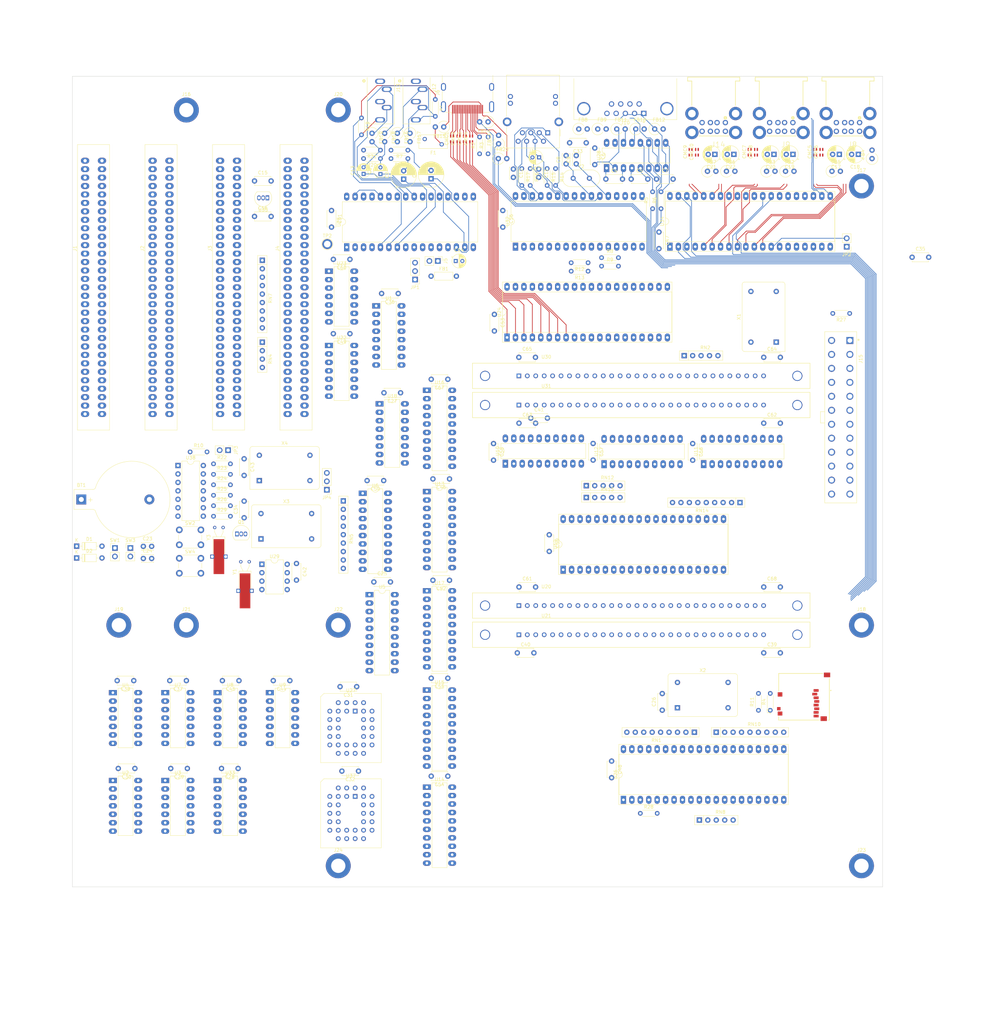
<source format=kicad_pcb>
(kicad_pcb (version 20221018) (generator pcbnew)
  (layers (0 "F.Cu" signal) (1 "In1.Cu" signal) (2 "In2.Cu" signal) (31 "B.Cu" signal) (34 "B.Paste" user) (35 "F.Paste" user) (36 "B.SilkS" user "B.Silkscreen") (37 "F.SilkS" user "F.Silkscreen") (38 "B.Mask" user) (39 "F.Mask" user) (44 "Edge.Cuts" user))
  (net 0 "")
  (net 1 "GND")
  (net 2 "Net-(U25-LAUXIN)")
  (net 3 "Net-(C1-Pad2)")
  (net 4 "Net-(U25-LHP)")
  (net 5 "Net-(C2-Pad2)")
  (net 6 "Net-(U25-RHP)")
  (net 7 "Net-(C3-Pad2)")
  (net 8 "Net-(U28-C1+)")
  (net 9 "Net-(U28-C1-)")
  (net 10 "Net-(U28-C2+)")
  (net 11 "Net-(U28-C2-)")
  (net 12 "+5V")
  (net 13 "Net-(U28-VS+)")
  (net 14 "Net-(U28-VS-)")
  (net 15 "Net-(U32-XTAL2)")
  (net 16 "Net-(U32-XTAL1)")
  (net 17 "Net-(J11-RCT)")
  (net 18 "Net-(C11-Pad1)")
  (net 19 "Net-(C12-Pad1)")
  (net 20 "Net-(U25-RAUXIN)")
  (net 21 "Net-(C13-Pad2)")
  (net 22 "Net-(U25-V_SPKR)")
  (net 23 "Net-(J8-VBUS2)")
  (net 24 "Net-(J8-VBUS1)")
  (net 25 "Net-(J9-VBUS1)")
  (net 26 "Net-(J9-VBUS2)")
  (net 27 "Net-(J14-VBUS1)")
  (net 28 "Net-(J14-VBUS2)")
  (net 29 "Net-(J6-+5V)")
  (net 30 "Net-(JP1-C)")
  (net 31 "/ISA/ISA_RST")
  (net 32 "/ISA_IRQ2")
  (net 33 "/ISA/ISA_-5V")
  (net 34 "/ISA/ISA_DRQ2")
  (net 35 "/ISA/~{ISA_0WS}")
  (net 36 "/ISA/~{ISA_MEMW}")
  (net 37 "/ISA/~{ISA_MEMR}")
  (net 38 "/ISA/~{ISA_IOW}")
  (net 39 "/ISA/~{ISA_IOR}")
  (net 40 "/ISA/~{ISA_DACK3}")
  (net 41 "/ISA/ISA_DRQ3")
  (net 42 "/ISA/~{ISA_DACK1}")
  (net 43 "/ISA/ISA_DRQ1")
  (net 44 "/ISA/~{ISA_DACK0}")
  (net 45 "SYS_CLK")
  (net 46 "/ISA_IRQ7")
  (net 47 "/ISA_IRQ6")
  (net 48 "/ISA_IRQ5")
  (net 49 "/ISA_IRQ4")
  (net 50 "/ISA_IRQ3")
  (net 51 "/ISA/~{ISA_DACK2}")
  (net 52 "/ISA/ISA_TC")
  (net 53 "/ISA/ISA_ALE")
  (net 54 "/~{ISA_IO_CH_CK}")
  (net 55 "/ISA/ISA_D7")
  (net 56 "/ISA/ISA_D6")
  (net 57 "/ISA/ISA_D5")
  (net 58 "/ISA/ISA_D4")
  (net 59 "/ISA/ISA_D3")
  (net 60 "/ISA/ISA_D2")
  (net 61 "/ISA/ISA_D1")
  (net 62 "/ISA/ISA_D0")
  (net 63 "/ISA/ISA_IOCHRDY")
  (net 64 "/ISA/ISA_AEN")
  (net 65 "/ISA/ISA_A19")
  (net 66 "/ISA/ISA_A18")
  (net 67 "/ISA/ISA_A17")
  (net 68 "/ISA/ISA_A16")
  (net 69 "/ISA/ISA_A15")
  (net 70 "/ISA/ISA_A14")
  (net 71 "/ISA/ISA_A13")
  (net 72 "/ISA/ISA_A12")
  (net 73 "/ISA/ISA_A11")
  (net 74 "/ISA/ISA_A10")
  (net 75 "/ISA/ISA_A9")
  (net 76 "/ISA/ISA_A8")
  (net 77 "/ISA/ISA_A7")
  (net 78 "/ISA/ISA_A6")
  (net 79 "/ISA/ISA_A5")
  (net 80 "/ISA/ISA_A4")
  (net 81 "/ISA/ISA_A3")
  (net 82 "/ISA/ISA_A2")
  (net 83 "/ISA/ISA_A1")
  (net 84 "/ISA/ISA_A0")
  (net 85 "Net-(J5-Pin_1)")
  (net 86 "Net-(J5-Pin_2)")
  (net 87 "Net-(J6-D2+)")
  (net 88 "Net-(J6-D2-)")
  (net 89 "Net-(J6-D1+)")
  (net 90 "Net-(J6-D1-)")
  (net 91 "Net-(J6-D0+)")
  (net 92 "Net-(J6-D0-)")
  (net 93 "Net-(J6-CK+)")
  (net 94 "Net-(J6-CK-)")
  (net 95 "Net-(J6-CEC)")
  (net 96 "Net-(J6-UTILITY)")
  (net 97 "/VIDEO_DDC_SCL")
  (net 98 "/VIDEO_DDC_SDA")
  (net 99 "/VIDEO_HPD")
  (net 100 "/MIO/SD_D2")
  (net 101 "/MIO/SD_D3")
  (net 102 "/MIO/SD_CMD")
  (net 103 "/MIO/SD_CLK")
  (net 104 "/MIO/SD_D0")
  (net 105 "/MIO/SD_D1")
  (net 106 "Net-(J8-D1-)")
  (net 107 "Net-(J8-D1+)")
  (net 108 "Net-(J8-D2-)")
  (net 109 "Net-(J8-D2+)")
  (net 110 "Net-(J9-D1-)")
  (net 111 "Net-(J9-D1+)")
  (net 112 "Net-(J9-D2-)")
  (net 113 "Net-(J9-D2+)")
  (net 115 "Net-(U28-R1IN)")
  (net 116 "Net-(U28-T1OUT)")
  (net 118 "Net-(U28-T2OUT)")
  (net 119 "Net-(U28-R2IN)")
  (net 121 "Net-(J11-PadL1)")
  (net 122 "Net-(U32-V3P3)")
  (net 123 "Net-(J11-PadL3)")
  (net 124 "Net-(J11-TD+)")
  (net 125 "Net-(J11-TD-)")
  (net 126 "Net-(J11-RD+)")
  (net 127 "Net-(J11-RD-)")
  (net 129 "/GFX/HP_DET")
  (net 131 "/GFX/LINE_IN_DET")
  (net 133 "Net-(J14-D1-)")
  (net 134 "Net-(J14-D1+)")
  (net 135 "Net-(J14-D2-)")
  (net 136 "Net-(J14-D2+)")
  (net 137 "/GFX/CODEC_V3P3")
  (net 138 "Net-(JP2-B)")
  (net 139 "/MIO/SER_RXD")
  (net 140 "Net-(U28-R1OUT)")
  (net 141 "/MIO/SER_CTS")
  (net 142 "Net-(U28-R2OUT)")
  (net 143 "/~{LAN_IRQ}")
  (net 144 "/~{LAN_WOL}")
  (net 145 "/CPU_~{INT}")
  (net 146 "/CPU_TC")
  (net 147 "Net-(U32-P1LED0)")
  (net 148 "Net-(U32-P1LED1)")
  (net 149 "/BUF_D0")
  (net 150 "/BUF_D1")
  (net 151 "/BUF_D2")
  (net 152 "/BUF_D3")
  (net 153 "/BUF_D4")
  (net 154 "/BUF_D5")
  (net 155 "/BUF_D6")
  (net 156 "/BUF_D7")
  (net 157 "/GFX_~{RAS}")
  (net 158 "/GFX_~{CAS_0}")
  (net 159 "/GFX_~{CAS_1}")
  (net 160 "/GFX_~{WE}")
  (net 164 "/I2C_SDA")
  (net 165 "/I2C_SCL")
  (net 166 "/CPU_DRQ3")
  (net 167 "/CPU_DRQ2")
  (net 168 "/CPU_DRQ1")
  (net 169 "/CPU_DRQ0")
  (net 170 "/CPU_~{DACK3}")
  (net 171 "/CPU_~{DACK2}")
  (net 172 "/CPU_~{DACK1}")
  (net 173 "/CPU_~{DACK0}")
  (net 174 "/CPU_~{NREN}")
  (net 175 "/CPU_~{RAS_A}")
  (net 176 "/CPU_~{RAS_B}")
  (net 177 "/CPU_~{CAS_0}")
  (net 178 "/CPU_~{CAS_1}")
  (net 179 "/CPU_~{WE}")
  (net 180 "/CPU_A0")
  (net 182 "Net-(U25-CSB{slash}GPIO1)")
  (net 183 "/nNR_DECODE_EN")
  (net 184 "/BUF_A21")
  (net 185 "/BUF_A22")
  (net 186 "/~{ROM0_SEL}")
  (net 187 "/~{ROM1_SEL}")
  (net 188 "/~{IO_SEL}")
  (net 189 "/~{ISA_SEL}")
  (net 190 "/ISA/ISA_A20")
  (net 191 "/BUF_~{WE}")
  (net 192 "Net-(U2-Pad13)")
  (net 193 "Net-(U2-Pad4)")
  (net 194 "Net-(U2-Pad5)")
  (net 195 "Net-(U2-Pad12)")
  (net 196 "Net-(U2-Pad11)")
  (net 197 "Net-(U3-Pad3)")
  (net 198 "Net-(U3-Pad11)")
  (net 199 "/CPU_~{DACK}")
  (net 200 "/BUF_nEN")
  (net 201 "~{RST}")
  (net 202 "/~{ISA_DMA1_EN}")
  (net 203 "/~{ISA_DMA2_EN}")
  (net 204 "/~{ISA_DMA3_EN}")
  (net 206 "/~{SYS_GPIO1_SEL}")
  (net 209 "/~{SYS_GPIO2_SEL}")
  (net 211 "Net-(U10-CE)")
  (net 212 "/BUF_~{NREN}")
  (net 213 "/BUF_NREN")
  (net 215 "/CPU_DACK")
  (net 216 "/BUF_DIR")
  (net 217 "/BUF_TC")
  (net 218 "/GFX_A7")
  (net 219 "/GFX_A6")
  (net 220 "/GFX_A5")
  (net 221 "/GFX_A4")
  (net 222 "/GFX_A3")
  (net 223 "/GFX_A2")
  (net 224 "/GFX_A1")
  (net 225 "/GFX_A0")
  (net 226 "/CPU_A1")
  (net 227 "/CPU_A2")
  (net 228 "/CPU_A3")
  (net 229 "/CPU_A4")
  (net 230 "/CPU_A5")
  (net 231 "/CPU_A6")
  (net 232 "/CPU_A7")
  (net 233 "/GFX_A8")
  (net 234 "/CPU_A8")
  (net 235 "/GFX_D7")
  (net 236 "/GFX_D6")
  (net 237 "/GFX_D5")
  (net 238 "/GFX_D4")
  (net 239 "/GFX_D3")
  (net 240 "/GFX_D2")
  (net 241 "/GFX_D1")
  (net 242 "/GFX_D0")
  (net 243 "/BUF_~{CAS}")
  (net 244 "/BUF_A0")
  (net 245 "/BUF_A11")
  (net 246 "/BUF_A10")
  (net 247 "/BUF_A9")
  (net 248 "/CPU_A9")
  (net 249 "/CPU_A10")
  (net 250 "/BUF_A8")
  (net 251 "/BUF_A7")
  (net 252 "/BUF_A6")
  (net 253 "/BUF_A5")
  (net 254 "/BUF_A4")
  (net 255 "/BUF_A3")
  (net 256 "/BUF_A2")
  (net 257 "/BUF_A1")
  (net 268 "/BUF_A20")
  (net 269 "/BUF_A19")
  (net 270 "/BUF_A18")
  (net 271 "/BUF_A17")
  (net 272 "/BUF_A16")
  (net 273 "/BUF_A15")
  (net 274 "/BUF_A14")
  (net 275 "/BUF_A13")
  (net 276 "/BUF_A12")
  (net 279 "/~{LAN_SEL}")
  (net 281 "/~{MIO_SEL}")
  (net 282 "/~{GFX_SEL}")
  (net 289 "Net-(U24-VIDEO_CLK)")
  (net 290 "/GFX/AUDIO_SFRM")
  (net 291 "/GFX/AUDIO_SDATA_OUT")
  (net 292 "/GFX/AUDIO_SDATA_IN")
  (net 300 "Net-(J7-DET)")
  (net 302 "/MIO/USB_D+")
  (net 303 "/MIO/USB_D-")
  (net 304 "/MIO/SER_TXD")
  (net 305 "/MIO/SER_RTS")
  (net 306 "/MIO/USB_CLK")
  (net 307 "Net-(U29-X1)")
  (net 308 "Net-(U29-X2)")
  (net 309 "/GFX_A9")
  (net 310 "/GFX_A10")
  (net 317 "/BUF_CAS")
  (net 319 "Net-(U24-TMDS_D2+)")
  (net 320 "Net-(U24-TMDS_D2-)")
  (net 321 "Net-(U24-TMDS_D1+)")
  (net 322 "Net-(U24-TMDS_D1-)")
  (net 323 "Net-(U24-TMDS_D0+)")
  (net 324 "Net-(U24-TMDS_D0-)")
  (net 325 "Net-(U24-TMDS_C+)")
  (net 326 "Net-(U24-TMDS_C-)")
  (net 327 "Net-(U34-USBDN6_DP)")
  (net 328 "Net-(U34-USBDN6_DM)")
  (net 329 "/BUF_~{RD}")
  (net 330 "-12V")
  (net 331 "+12V")
  (net 332 "Net-(J15-PWR_OK)")
  (net 333 "Net-(R23-Pad2)")
  (net 334 "Net-(J15-+3.3V-Pad1)")
  (net 336 "Net-(J15-PS_ON#)")
  (net 337 "Net-(U2-Pad10)")
  (net 341 "+BATT")
  (net 342 "Net-(U38-XTAL2{slash}PB1)")
  (net 343 "Net-(U38-XTAL1{slash}PB0)")
  (net 344 "/Power/V5MCU")
  (net 345 "/Power/V5STB")
  (net 346 "/Power/PWR_OFF")
  (net 347 "Net-(JP3-B)")
  (net 348 "/Power/PWR_ON")
  (net 349 "Net-(U38-~{RESET}{slash}PB3)")
  (net 351 "/~{RTC_INT}")
  (net 352 "/Power/I2C_EN")
  (net 362 "/ISA/ISA_OSC")
  (net 363 "Net-(JP4-B)")
  (net 364 "/CPU/A0")
  (net 365 "/CPU/A1")
  (net 366 "/CPU/A2")
  (net 367 "/CPU/A3")
  (net 368 "/CPU/A4")
  (net 369 "/CPU/A5")
  (net 370 "/CPU/A6")
  (net 371 "/CPU/A7")
  (net 372 "/CPU/A8")
  (net 373 "/CPU/A9")
  (net 374 "/CPU/D0")
  (net 375 "/CPU/D1")
  (net 376 "/CPU/D2")
  (net 377 "/CPU/D3")
  (net 378 "/CPU/D4")
  (net 379 "/CPU/D5")
  (net 380 "/CPU/D6")
  (net 381 "/CPU/D7")
  (net 382 "/CPU/A10")
  (net 385 "Net-(U12-A->B)")
  (net 386 "Net-(U34-USBDN7_DM)")
  (net 387 "Net-(U34-USBDN7_DP)")
  (net 391 "Net-(U34-USBDN4_DM)")
  (net 392 "Net-(U34-USBDN4_DP)")
  (net 393 "Net-(U34-USBDN5_DM)")
  (net 394 "Net-(U34-USBDN5_DP)")
  (net 395 "Net-(U34-USBDN2_DM)")
  (net 396 "Net-(U34-USBDN2_DP)")
  (net 397 "Net-(U34-USBDN3_DM)")
  (net 398 "Net-(U34-USBDN3_DP)")
  (net 399 "Net-(U34-VBUS2)")
  (net 400 "Net-(U34-VBUS3)")
  (net 401 "Net-(U34-VBUS4)")
  (net 402 "Net-(U34-VBUS5)")
  (net 403 "Net-(U34-VBUS6)")
  (net 404 "Net-(U34-VBUS7)")
  (net 405 "Net-(FB8-Pad2)")
  (net 406 "Net-(FB9-Pad2)")
  (net 407 "Net-(FB10-Pad2)")
  (net 408 "Net-(FB11-Pad2)")
  (net 409 "Net-(FB12-Pad2)")
  (net 410 "Net-(F1-Pad1)")
  (net 411 "Net-(J6-SCL)")
  (net 412 "Net-(J6-SDA)")
  (net 413 "Net-(FB18-Pad1)")
  (net 414 "Net-(FB19-Pad1)")
  (net 415 "Net-(J6-HPD)")
  (net 416 "Net-(FB16-Pad1)")
  (net 417 "Net-(FB17-Pad1)")
  (footprint "Capacitor_THT:C_Disc_D4.7mm_W2.5mm_P5.00mm" (layer "F.Cu") (at 202.611 263.073 180)
    (fp_text reference "C44")
    (fp_text value "1uF")
  )
  (footprint "anachron:DIP-40_W15.24mm_Socket" (layer "F.Cu") (at 316.997 132.548 90)
    (fp_text reference "U34")
    (fp_text value "A1_USBHUB")
  )
  (footprint "Capacitor_THT:C_Disc_D4.7mm_W2.5mm_P5.00mm" (layer "F.Cu") (at 323.85 191.77 -90)
    (fp_text reference "C66")
    (fp_text value "1uF")
  )
  (footprint "anachron:SCM2012FS" (layer "F.Cu") (at 325.12 104.14 90)
    (fp_text reference "CMC10")
    (fp_text value "L_Ferrite_Coupled_Small")
  )
  (footprint "anachron:SCM2012FS" (layer "F.Cu") (at 342.9 104.14 90)
    (fp_text reference "CMC8")
    (fp_text value "L_Ferrite_Coupled_Small")
  )
  (footprint "anachron:GCT_USB1035-XX-X-X-X-B_REVE" (layer "F.Cu") (at 350.502 92.5067 180)
    (fp_text reference "J9")
    (fp_text value "USB_A_Stacked")
  )
  (footprint "Package_TO_SOT_THT:TO-92_Inline" (layer "F.Cu") (at 186.69 218.948)
    (fp_text reference "Q1")
    (fp_text value "2N7000")
  )
  (footprint "Resistor_THT:R_Axial_DIN0204_L3.6mm_D1.6mm_P5.08mm_Horizontal" (layer "F.Cu") (at 314.325 121.118 90)
    (fp_text reference "R6")
    (fp_text value "470")
  )
  (footprint "Package_DIP:DIP-14_W7.62mm" (layer "F.Cu") (at 168.93 198.368)
    (fp_text reference "U38")
    (fp_text value "ATtiny24-20P")
  )
  (footprint "Inductor_THT:L_Axial_L7.0mm_D3.3mm_P2.54mm_Vertical_Fastron_MICC" (layer "F.Cu") (at 262.255 94.996 180)
    (fp_text reference "FB14")
    (fp_text value "FerriteBead_Small")
  )
  (footprint "Capacitor_THT:C_Disc_D3.4mm_W2.1mm_P2.50mm" (layer "F.Cu") (at 288.798 107.636 90)
    (fp_text reference "C9")
    (fp_text value "22pF")
  )
  (footprint "Package_DIP:DIP-8_W7.62mm" (layer "F.Cu") (at 194.182 228.064)
    (fp_text reference "U29")
    (fp_text value "DS1307+")
  )
  (footprint "Resistor_THT:R_Array_SIP9" (layer "F.Cu") (at 338.089 209.51 180)
    (fp_text reference "RN14")
    (fp_text value "10k")
  )
  (footprint "Package_DIP:DIP-14_W7.62mm_LongPads" (layer "F.Cu") (at 214.361 162.261)
    (fp_text reference "U22")
    (fp_text value "74LS125")
  )
  (footprint "Capacitor_THT:C_Disc_D4.7mm_W2.5mm_P5.00mm" (layer "F.Cu") (at 171.751 289.489 180)
    (fp_text reference "C29")
    (fp_text value "1uF")
  )
  (footprint "Connector_PinHeader_2.54mm:PinHeader_1x02_P2.54mm_Vertical" (layer "F.Cu") (at 247.147 136.846 -90)
    (fp_text reference "J5")
    (fp_text value "Conn_01x02")
  )
  (footprint "Capacitor_THT:C_Disc_D4.7mm_W2.5mm_P5.00mm" (layer "F.Cu") (at 191.958 123.444)
    (fp_text reference "C16")
    (fp_text value "1uF")
  )
  (footprint "Resistor_THT:R_Axial_DIN0204_L3.6mm_D1.6mm_P5.08mm_Horizontal" (layer "F.Cu") (at 308.082 302.982)
    (fp_text reference "R28")
    (fp_text value "10k")
  )
  (footprint "anachron:SIMM-30" (layer "F.Cu") (at 308.356 171.403)
    (fp_text reference "U30")
    (fp_text value "SIMM-30")
  )
  (footprint "Capacitor_THT:C_Disc_D3.4mm_W2.1mm_P2.50mm" (layer "F.Cu") (at 158.5 222.678)
    (fp_text reference "C23")
    (fp_text value "22pF")
  )
  (footprint "Capacitor_THT:C_Disc_D4.7mm_W2.5mm_P5.00mm" (layer "F.Cu") (at 271.566 234.91)
    (fp_text reference "C61")
    (fp_text value "1uF")
  )
  (footprint "Capacitor_THT:C_Disc_D4.7mm_W2.5mm_P5.00mm" (layer "F.Cu") (at 345.226 234.91)
    (fp_text reference "C68")
    (fp_text value "1uF")
  )
  (footprint "Resistor_THT:R_Axial_DIN0204_L3.6mm_D1.6mm_P5.08mm_Horizontal" (layer "F.Cu") (at 179.63 210.468)
    (fp_text reference "R26")
    (fp_text value "10k")
  )
  (footprint "Resistor_THT:R_Array_SIP5" (layer "F.Cu") (at 321.29 165.314)
    (fp_text reference "RN2")
    (fp_text value "10k")
  )
  (footprint "anachron:SCM2012FS" (layer "F.Cu") (at 257.175 100.124 90)
    (fp_text reference "CMC4")
    (fp_text value "L_Ferrite_Coupled_Small")
  )
  (footprint "MountingHole:MountingHole_4.3mm_M4_DIN965_Pad" (layer "F.Cu") (at 171.45 91.44)
    (fp_text reference "J16")
    (fp_text value "Conn_01x01")
  )
  (footprint "Package_DIP:DIP-20_W7.62mm_LongPads" (layer "F.Cu") (at 243.84 175.728)
    (fp_text reference "U16")
    (fp_text value "74LS273")
  )
  (footprint "anachron:SCM2012FS" (layer "F.Cu") (at 323.215 104.14 90)
    (fp_text reference "CMC9")
    (fp_text value "L_Ferrite_Coupled_Small")
  )
  (footprint "Package_DIP:DIP-20_W7.62mm_LongPads" (layer "F.Cu") (at 243.84 206.208)
    (fp_text reference "U13")
    (fp_text value "74AHCT245")
  )
  (footprint "Capacitor_THT:C_Disc_D4.7mm_W2.5mm_P5.00mm" (layer "F.Cu") (at 215.138 121.666 -90)
    (fp_text reference "C51")
    (fp_text value "1uF")
  )
  (footprint "Inductor_THT:L_Axial_L7.0mm_D3.3mm_P2.54mm_Vertical_Fastron_MICC" (layer "F.Cu") (at 377.825 106.045 90)
    (fp_text reference "FB4")
    (fp_text value "FerriteBead_Small")
  )
  (footprint "Package_DIP:DIP-14_W7.62mm_LongPads" (layer "F.Cu") (at 180.833 266.695)
    (fp_text reference "U8")
    (fp_text value "74LS27")
  )
  (footprint "Diode_THT:D_DO-35_SOD27_P7.62mm_Horizontal" (layer "F.Cu") (at 138.43 222.628)
    (fp_text reference "D1")
    (fp_text value "1N5711")
  )
  (footprint "Resistor_THT:R_Array_SIP4" (layer "F.Cu") (at 194.31 161.275 -90)
    (fp_text reference "RN4")
    (fp_text value "10k")
  )
  (footprint "Capacitor_THT:CP_Radial_D5.0mm_P2.00mm" (layer "F.Cu") (at 367.985113 104.775 180)
    (fp_text reference "C17")
    (fp_text value "100uF")
  )
  (footprint "Capacitor_THT:C_Disc_D4.7mm_W2.5mm_P5.00mm" (layer "F.Cu") (at 220.686 136.358 180)
    (fp_text reference "C60")
    (fp_text value "1uF")
  )
  (footprint "Capacitor_THT:CP_Radial_D7.5mm_P2.50mm" (layer "F.Cu") (at 245.11 112.119395 90)
    (fp_text reference "C3")
    (fp_text value "220uF")
  )
  (footprint "Resistor_THT:R_Axial_DIN0204_L3.6mm_D1.6mm_P5.08mm_Horizontal" (layer "F.Cu") (at 246.38 88.265 -90)
    (fp_text reference "R1")
    (fp_text value "220k")
  )
  (footprint "Package_DIP:DIP-14_W7.62mm_LongPads" (layer "F.Cu") (at 214.361 139.909)
    (fp_text reference "U23")
    (fp_text value "74LS125")
  )
  (footprint "Connector_HDMI:HDMI_A_Molex_208658-1001_Horizontal" (layer "F.Cu") (at 256.086 87.921 90)
    (fp_text reference "J6")
    (fp_text value "HDMI_A")
  )
  (footprint "Capacitor_THT:C_Disc_D3.4mm_W2.1mm_P2.50mm" (layer "F.Cu") (at 285.75 107.636 90)
    (fp_text reference "C8")
    (fp_text value "22pF")
  )
  (footprint "Inductor_THT:L_Axial_L7.0mm_D3.3mm_P2.54mm_Vertical_Fastron_MICC" (layer "F.Cu") (at 306.705 97.155)
    (fp_text reference "FB10")
    (fp_text value "FerriteBead_Small")
  )
  (footprint "Capacitor_THT:CP_Radial_D4.0mm_P2.00mm" (layer "F.Cu") (at 277.622149 105.679457 180)
    (fp_text reference "C10")
    (fp_text value "10u")
  )
  (footprint "Connector_Dsub:DSUB-9_Male_Horizontal_P2.77x2.84mm_EdgePinOffset7.70mm_Housed_MountingHolesOffset9.12mm" (layer "F.Cu") (at 309.118 92.456 180)
    (fp_text reference "J10")
    (fp_text value "DE9_Plug")
  )
  (footprint "Capacitor_THT:C_Disc_D4.7mm_W2.5mm_P5.00mm" (layer "F.Cu") (at 250.15 291.806 180)
    (fp_text reference "C54")
    (fp_text value "1uF")
  )
  (footprint "Connector_PinHeader_2.54mm:PinHeader_1x02_P2.54mm_Vertical" (layer "F.Cu") (at 370.205 132.553 180)
    (fp_text reference "JP2")
    (fp_text value "Jumper_2_Open")
  )
  (footprint "Resistor_THT:R_Array_SIP9" (layer "F.Cu") (at 194.31 136.637 -90)
    (fp_text reference "RN7")
    (fp_text value "10k")
  )
  (footprint "Capacitor_THT:C_Disc_D4.7mm_W2.5mm_P5.00mm" (layer "F.Cu") (at 294.386 102.87 -90)
    (fp_text reference "C6")
    (fp_text value "1uF")
  )
  (footprint "Capacitor_THT:C_Disc_D4.7mm_W2.5mm_P5.00mm" (layer "F.Cu") (at 222.718 264.882 180)
    (fp_text reference "C31")
    (fp_text value "1uF")
  )
  (footprint "Capacitor_THT:CP_Radial_D5.0mm_P2.00mm" (layer "F.Cu") (at 336.235113 104.775 180)
    (fp_text reference "C22")
    (fp_text value "100uF")
  )
  (footprint "Capacitor_THT:C_Disc_D4.7mm_W2.5mm_P5.00mm" (layer "F.Cu") (at 155.963 289.489 180)
    (fp_text reference "C30")
    (fp_text value "1uF")
  )
  (footprint "Package_DIP:DIP-14_W7.62mm_LongPads" (layer "F.Cu") (at 196.581 266.695)
    (fp_text reference "U9")
    (fp_text value "74LS86")
  )
  (footprint "MountingHole:MountingHole_4.3mm_M4_DIN965_Pad" (layer "F.Cu") (at 217.17 318.77)
    (fp_text reference "J24")
    (fp_text value "Conn_01x01")
  )
  (footprint "MountingHole:MountingHole_4.3mm_M4_DIN965_Pad" (layer "F.Cu") (at 171.45 246.38)
    (fp_text reference "J21")
    (fp_text value "Conn_01x01")
  )
  (footprint "Package_DIP:DIP-14_W7.62mm_LongPads" (layer "F.Cu") (at 180.833 293.111)
    (fp_text reference "U33")
    (fp_text value "74LS00")
  )
  (footprint "MountingHole:MountingHole_4.3mm_M4_DIN965_Pad" (layer "F.Cu") (at 217.17 91.44)
    (fp_text reference "J20")
    (fp_text value "Conn_01x01")
  )
  (footprint "Capacitor_THT:C_Disc_D4.7mm_W2.5mm_P5.00mm" (layer "F.Cu") (at 187.031 289.489 180)
    (fp_text reference "C28")
    (fp_text value "1uF")
  )
  (footprint "Capacitor_THT:C_Disc_D4.7mm_W2.5mm_P5.00mm" (layer "F.Cu") (at 230.846 202.906 180)
    (fp_text reference "C50")
    (fp_text value "1uF")
  )
  (footprint "Resistor_THT:R_Axial_DIN0204_L3.6mm_D1.6mm_P5.08mm_Horizontal" (layer "F.Cu") (at 262.255 104.608 90)
    (fp_text reference "R3")
    (fp_text value "10k")
  )
  (footprint "Battery:BatteryHolder_Keystone_103_1x20mm" (layer "F.Cu") (at 139.83 208.573717)
    (fp_text reference "BT1")
    (fp_text value "CR2032 holder")
  )
  (footprint "anachron:GCT_USB1035-XX-X-X-X-B_REVE" (layer "F.Cu") (at 330.182 92.5067 180)
    (fp_text reference "J14")
    (fp_text value "USB_A_Stacked")
  )
  (footprint "Inductor_THT:L_Axial_L7.0mm_D3.3mm_P2.54mm_Vertical_Fastron_MICC" (layer "F.Cu") (at 346.075 109.855)
    (fp_text reference "FB3")
    (fp_text value "FerriteBead_Small")
  )
  (footprint "anachron:CUI_SJ1-3535NG-BE" (layer "F.Cu") (at 229.77 82.8 -90)
    (fp_text reference "J13")
    (fp_text value "SJ1-3535NG-BE")
  )
  (footprint "anachron:BUS_XT_CONN" (layer "F.Cu") (at 204.47 106.68 90)
    (fp_text reference "J4")
    (fp_text value "Bus_ISA_8bit")
  )
  (footprint "Capacitor_THT:CP_Radial_D5.0mm_P2.00mm" (layer "F.Cu") (at 354.015113 104.775 180)
    (fp_text reference "C19")
    (fp_text value "100uF")
  )
  (footprint "Capacitor_THT:C_Disc_D4.7mm_W2.5mm_P5.00mm" (layer "F.Cu") (at 345.226 254.722)
    (fp_text reference "C39")
    (fp_text value "1uF")
  )
  (footprint "anachron:BUS_XT_CONN" (layer "F.Cu") (at 143.51 106.68 90)
    (fp_text reference "J1")
    (fp_text value "Bus_ISA_8bit")
  )
  (footprint "anachron:SIMM-30" (layer "F.Cu") (at 308.356 180.173)
    (fp_text reference "U31")
    (fp_text value "SIMM-30")
  )
  (footprint "Resistor_THT:R_Array_SIP9" (layer "F.Cu") (at 324.353 278.598 180)
    (fp_text reference "RN1")
    (fp_text value "10k")
  )
  (footprint "Capacitor_THT:C_Disc_D4.7mm_W2.5mm_P5.00mm" (layer "F.Cu") (at 220.686 158.71 180)
    (fp_text reference "C49")
    (fp_text value "1uF")
  )
  (footprint "Resistor_THT:R_Array_SIP9" (layer "F.Cu") (at 330.927 278.598)
    (fp_text reference "RN10")
    (fp_text value "10k")
  )
  (footprint "Resistor_THT:R_Axial_DIN0204_L3.6mm_D1.6mm_P5.08mm_Horizontal" (layer "F.Cu") (at 229.87 106.045 180)
    (fp_text reference "R20")
    (fp_text value "47k")
  )
  (footprint "anachron:PLCC-32_THT-Socket" (layer "F.Cu") (at 222.25 272.248)
    (fp_text reference "U27")
    (fp_text value "SST39SF040")
  )
  (footprint "Resistor_THT:R_Axial_DIN0204_L3.6mm_D1.6mm_P5.08mm_Horizontal" (layer "F.Cu") (at 179.63 201.018)
    (fp_text reference "R23")
    (fp_text value "10k")
  )
  (footprint "Resistor_THT:R_Axial_DIN0204_L3.6mm_D1.6mm_P5.08mm_Horizontal" (layer "F.Cu") (at 296.418 138.39)
    (fp_text reference "R9")
    (fp_text value "10k")
  )
  (footprint "Resistor_THT:R_Axial_DIN0204_L3.6mm_D1.6mm_P5.08mm_Horizontal" (layer "F.Cu") (at 172.582 194.272)
    (fp_text reference "R10")
    (fp_text value "10k")
  )
  (footprint "Capacitor_THT:C_Disc_D4.7mm_W2.5mm_P5.00mm" (layer "F.Cu") (at 191.958 112.776)
    (fp_text reference "C15")
    (fp_text value "1uF")
  )
  (footprint "Package_DIP:DIP-20_W7.62mm_LongPads" (layer "F.Cu") (at 243.84 295.108)
    (fp_text reference "U14")
    (fp_text value "74AHCT245")
  )
  (footprint "TestPoint:TestPoint_Plated_Hole_D2.0mm" (layer "F.Cu") (at 213.868 131.766)
    (fp_text reference "TP2")
    (fp_text value "TestPoint_Alt")
  )
  (footprint "Capacitor_THT:C_Disc_D4.7mm_W2.5mm_P5.00mm" (layer "F.Cu") (at 235.215 146.625 180)
    (fp_text reference "C36")
    (fp_text value "1uF")
  )
  (footprint "Capacitor_THT:C_Disc_D4.7mm_W2.5mm_P5.00mm" (layer "F.Cu") (at 313.69 128.143 -90)
    (fp_text reference "C47")
    (fp_text value "1uF")
  )
  (footprint "Resistor_THT:R_Axial_DIN0204_L3.6mm_D1.6mm_P5.08mm_Horizontal" (layer "F.Cu") (at 280.035 109.053 -90)
    (fp_text reference "R15")
    (fp_text value "49.9")
  )
  (footprint "Package_DIP:DIP-16_W7.62mm_LongPads" (layer "F.Cu") (at 228.585 150.343)
    (fp_text reference "U1")
    (fp_text value "74LS139")
  )
  (footprint "anachron:SCM2012FS" (layer "F.Cu") (at 362.585 104.14 90)
    (fp_text reference "CMC6")
    (fp_text value "L_Ferrite_Coupled_Small")
  )
  (footprint "MountingHole:MountingHole_4.3mm_M4_DIN965_Pad" (layer "F.Cu") (at 374.65 246.38)
    (fp_text reference "J18")
    (fp_text value "Conn_01x01")
  )
  (footprint "Resistor_THT:R_Axial_DIN0204_L3.6mm_D1.6mm_P5.08mm_Horizontal" (layer "F.Cu") (at 224.155 93.813 -90)
    (fp_text reference "R19")
    (fp_text value "220k")
  )
  (footprint "Resistor_THT:R_Axial_DIN0204_L3.6mm_D1.6mm_P5.08mm_Horizontal" (layer "F.Cu") (at 296.418 135.85)
    (fp_text reference "R8")
    (fp_text value "10k")
  )
  (footprint "anachron:GCT_USB1035-XX-X-X-X-B_REVE" (layer "F.Cu") (at 370.586 92.5067 180)
    (fp_text reference "J8")
    (fp_text value "USB_A_Stacked")
  )
  (footprint "Inductor_THT:L_Axial_L7.0mm_D3.3mm_P2.54mm_Vertical_Fastron_MICC" (layer "F.Cu") (at 265.347 106.045)
    (fp_text reference "FB20")
    (fp_text value "FerriteBead_Small")
  )
  (footprint "Capacitor_THT:C_Disc_D4.7mm_W2.5mm_P5.00mm" (layer "F.Cu") (at 345.226 185.634)
    (fp_text reference "C62")
    (fp_text value "1uF")
  )
  (footprint "Resistor_THT:R_Axial_DIN0204_L3.6mm_D1.6mm_P5.08mm_Horizontal" (layer "F.Cu") (at 179.63 213.618)
    (fp_text reference "R29")
    (fp_text value "10k")
  )
  (footprint "Resistor_THT:R_Axial_DIN0204_L3.6mm_D1.6mm_P5.08mm_Horizontal" (layer "F.Cu") (at 272.415 109.053 -90)
    (fp_text reference "R17")
    (fp_text value "49.9")
  )
  (footprint "Capacitor_THT:C_Disc_D4.7mm_W2.5mm_P5.00mm" (layer "F.Cu") (at 299.446 287.274 -90)
    (fp_text reference "C48")
    (fp_text value "1uF")
  )
  (footprint "Package_DIP:DIP-20_W7.62mm_LongPads" (layer "F.Cu") (at 243.84 236.053)
    (fp_text reference "U17")
    (fp_text value "74LS273")
  )
  (footprint "Capacitor_THT:C_Disc_D4.7mm_W2.5mm_P5.00mm" (layer "F.Cu") (at 227.878 233.386)
    (fp_text reference "C25")
    (fp_text value "1uF")
  )
  (footprint "Resistor_THT:R_Axial_DIN0204_L3.6mm_D1.6mm_P5.08mm_Horizontal" (layer "F.Cu") (at 371.094 152.614 180)
    (fp_text reference "R27")
    (fp_text value "10k")
  )
  (footprint "Inductor_THT:L_Axial_L7.0mm_D3.3mm_P2.54mm_Vertical_Fastron_MICC" (layer "F.Cu") (at 365.76 109.855)
    (fp_text reference "FB5")
    (fp_text value "FerriteBead_Small")
  )
  (footprint "Capacitor_THT:C_Disc_D4.7mm_W2.5mm_P5.00mm" (layer "F.Cu") (at 275.122 184.11)
    (fp_text reference "C41")
    (fp_text value "1uF")
  )
  (footprint "Capacitor_THT:C_Disc_D4.7mm_W2.5mm_P5.00mm" (layer "F.Cu") (at 389.89 135.723)
    (fp_text reference "C35")
    (fp_text value "1uF")
  )
  (footprint "anachron:GCT_MEM2052-00-195-00-A_REVA" (layer "F.Cu") (at 357.358 267.93 90)
    (fp_text reference "J7")
    (fp_text value "Micro_SD_Card")
  )
  (footprint "Capacitor_THT:C_Disc_D4.7mm_W2.5mm_P5.00mm" (layer "F.Cu") (at 188.838 196.344 -90)
    (fp_text reference "C43")
    (fp_text value "1uF")
  )
  (footprint "Oscillator:Oscillator_DIP-14" (layer "F.Cu") (at 348.996 161.25 90)
    (fp_text reference "X1")
    (fp_text value "CXO_DIP14")
  )
  (footprint "Connector_PinHeader_2.54mm:PinHeader_1x03_P2.54mm_Vertical" (layer "F.Cu") (at 213.73 205.662 180)
    (fp_text reference "JP4")
    (fp_text value "Jumper_3_Bridged12")
  )
  (footprint "Capacitor_THT:C_Disc_D4.7mm_W2.5mm_P5.00mm" (layer "F.Cu") (at 280.67 219.202 -90)
    (fp_text reference "C59")
    (fp_text value "1uF")
  )
  (footprint "Capacitor_THT:C_Disc_D3.4mm_W2.1mm_P2.50mm" (layer "F.Cu") (at 158.5 226.328)
    (fp_text reference "C24")
    (fp_text value "22pF")
  )
  (footprint "Capacitor_THT:C_Disc_D4.7mm_W2.5mm_P5.00mm" (layer "F.Cu") (at 271.058 254.722)
    (fp_text reference "C40")
    (fp_text value "1uF")
  )
  (footprint "Resistor_THT:R_Axial_DIN0204_L3.6mm_D1.6mm_P5.08mm_Horizontal" (layer "F.Cu") (at 259.715 104.608 90)
    (fp_text reference "R2")
    (fp_text value "10k")
  )
  (footprint "Capacitor_THT:C_Disc_D4.7mm_W2.5mm_P5.00mm" (layer "F.Cu") (at 188.838 214.084 90)
    (fp_text reference "C34")
    (fp_text value "1uF")
  )
  (footprint "Package_DIP:DIP-32_W15.24mm_LongPads" (layer "F.Cu") (at 270.51 132.548 90)
    (fp_text reference "U32")
    (fp_text value "KSZ8851-11MLL")
  )
  (footprint "Capacitor_THT:CP_Radial_D7.5mm_P2.50mm" (layer "F.Cu") (at 236.855 112.228 90)
    (fp_text reference "C2")
    (fp_text value "220uF")
  )
  (footprint "Resistor_THT:R_Axial_DIN0204_L3.6mm_D1.6mm_P5.08mm_Horizontal" (layer "F.Cu") (at 179.63 204.168)
    (fp_text reference "R24")
    (fp_text value "10k")
  )
  (footprint "anachron:CUI_SJ1-3535NG-BE" (layer "F.Cu") (at 240.538 82.8 -90)
    (fp_text reference "J12")
    (fp_text value "SJ1-3535NG-BE")
  )
  (footprint "Package_DIP:DIP-16_W7.62mm_LongPads" (layer "F.Cu") (at 297.942 108.926 90)
    (fp_text reference "U28")
    (fp_text value "MAX232")
  )
  (footprint "anachron:PLCC-32_THT-Socket" (layer "F.Cu") (at 222.25 297.902)
    (fp_text reference "U37")
    (fp_text value "SST39SF040")
  )
  (footprint "Diode_THT:D_DO-35_SOD27_P7.62mm_Horizontal" (layer "F.Cu") (at 138.43 226.178)
    (fp_text reference "D2")
    (fp_text value "1N5711")
  )
  (footprint "anachron:SCM2012FS" (layer "F.Cu") (at 251.4 100.124 90)
    (fp_text reference "CMC1")
    (fp_text value "L_Ferrite_Coupled_Small")
  )
  (footprint "Capacitor_THT:C_Disc_D4.7mm_W2.5mm_P5.00mm" (layer "F.Cu") (at 223.266 290.282 180)
    (fp_text reference "C32")
    (fp_text value "1uF")
  )
  (footprint "anachron:SCM2012FS" (layer "F.Cu") (at 255.27 100.124 90)
    (fp_text reference "CMC3")
    (fp_text value "L_Ferrite_Coupled_Small")
  )
  (footprint "Resistor_THT:R_Array_SIP5" (layer "F.Cu") (at 325.862 305.014)
    (fp_text reference "RN8")
    (fp_text value "10k")
  )
  (footprint "anachron:BUS_XT_CONN" (layer "F.Cu") (at 163.83 106.68 90)
    (fp_text reference "J2")
    (fp_text value "Bus_ISA_8bit")
  )
  (footprint "Resistor_THT:R_Axial_DIN0204_L3.6mm_D1.6mm_P5.08mm_Horizontal" (layer "F.Cu") (at 311.785 121.118 90)
    (fp_text reference "R5")
    (fp_text value "470")
  )
  (footprint "Oscillator:Oscillator_DIP-14" (layer "F.Cu") (at 193.41 202.908)
    (fp_text reference "X4")
    (fp_text value "14.31818MHz")
  )
  (footprint "Package_DIP:DIP-20_W7.62mm_LongPads" (layer "F.Cu") (at 297.185 197.968 90)
    (fp_text reference "U12")
    (fp_text value "74AHCT245")
  )
  (footprint "Capacitor_THT:C_Disc_D4.7mm_W2.5mm_P5.00mm" (layer "F.Cu") (at 263.906 191.77 -90)
    (fp_text reference "C58")
    (fp_text value "1uF")
  )
  (footprint "Package_DIP:DIP-20_W7.62mm_LongPads" (layer "F.Cu") (at 224.521 206.721)
    (fp_text reference "U6")
    (fp_text value "74LS574")
  )
  (footprint "Capacitor_THT:C_Disc_D4.7mm_W2.5mm_P5.00mm" (layer "F.Cu") (at 297.713 112.213)
    (fp_text reference "C4")
    (fp_text value "1uF")
  )
  (footprint "Package_DIP:DIP-16_W7.62mm_LongPads" (layer "F.Cu") (at 229.601 179.807)
    (fp_text reference "U18")
    (fp_text value "74LS138")
  )
  (footprint "Inductor_THT:L_Axial_L7.0mm_D3.3mm_P2.54mm_Vertical_Fastron_MICC" (layer "F.Cu") (at 351.79 109.855)
    (fp_text reference "FB2")
    (fp_text value "FerriteBead_Small")
  )
  (footprint "MountingHole:MountingHole_4.3mm_M4_DIN965_Pad" (layer "F.Cu") (at 374.65 318.77)
    (fp_text reference "J23")
    (fp_text value "Conn_01x01")
  )
  (footprint "Capacitor_THT:C_Disc_D4.7mm_W2.5mm_P5.00mm" (layer "F.Cu") (at 250.15 172.426 180)
    (fp_text reference "C67")
    (fp_text value "1uF")
  )
  (footprint "Crystal:Crystal_AT310_D3.0mm_L10.0mm_Horizontal_1EP_style2" (layer "F.Cu") (at 179.98 217.018)
    (fp_text reference "Y3")
    (fp_text value "32768Hz")
  )
  (footprint "anachron:SCM2012FS" (layer "F.Cu") (at 253.365 100.124 90)
    (fp_text reference "CMC2")
    (fp_text value "L_Ferrite_Coupled_Small")
  )
  (footprint "Capacitor_THT:C_Disc_D4.7mm_W2.5mm_P5.00mm" (layer "F.Cu") (at 171.455 263.073 180)
    (fp_text reference "C37")
    (fp_text value "1uF")
  )
  (footprint "Capacitor_THT:CP_Radial_D5.0mm_P2.00mm" (layer "F.Cu") (at 373.700113 104.775 180)
    (fp_text reference "C18")
    (fp_text value "100uF")
  )
  (footprint "Package_DIP:DIP-20_W7.62mm_LongPads" (layer "F.Cu") (at 226.553 237.201)
    (fp_text reference "U5")
    (fp_text value "74LS273")
  )
  (footprint "Package_DIP:DIP-20_W7.62mm_LongPads" (layer "F.Cu") (at 327.157 197.953 90)
    (fp_text reference "U11")
    (fp_text value "74AHCT245")
  )
  (footprint "Resistor_THT:R_Axial_DIN0204_L3.6mm_D1.6mm_P5.08mm_Horizontal" (layer "F.Cu") (at 282.575 109.053 -90)
    (fp_text reference "R14")
    (fp_text value "49.9")
  )
  (footprint "Capacitor_THT:C_Disc_D4.7mm_W2.5mm_P5.00mm" (layer "F.Cu") (at 264.16 152.908 -90)
    (fp_text reference "C53")
    (fp_text value "1uF")
  )
  (footprint "anachron:DIP-40_W15.24mm_Socket" (layer "F.Cu") (at 267.97 159.853 90)
    (fp_text reference "U24")
    (fp_text value "DISCO")
  )
  (footprint "MountingHole:MountingHole_4.3mm_M4_DIN965_Pad" (layer "F.Cu") (at 217.17 246.38)
    (fp_text reference "J22")
    (fp_text value "Conn_01x01")
  )
  (footprint "anachron:SIMM-30" (layer "F.Cu") (at 308.356 240.498)
    (fp_text reference "U20")
    (fp_text value "SIMM-30")
  )
  (footprint "Package_DIP:DIP-20_W7.62mm_LongPads" (layer "F.Cu") (at 243.825 265.903)
    (fp_text reference "U15")
    (fp_text value "74AHCT245")
  )
  (footprint "Capacitor_THT:C_Disc_D4.7mm_W2.5mm_P5.00mm" (layer "F.Cu") (at 312.953 112.213)
    (fp_text reference "C7")
    (fp_text value "1uF")
  )
  (footprint "Capacitor_THT:C_Disc_D4.7mm_W2.5mm_P5.00mm" (layer "F.Cu") (at 345.226 165.822)
    (fp_text reference "C64")
    (fp_text value "1uF")
  )
  (footprint "Inductor_THT:L_Axial_L5.3mm_D2.2mm_P7.62mm_Horizontal_Vishay_IM-1" (layer "F.Cu") (at 245.11 141.418)
    (fp_text reference "FB1")
    (fp_text value "FerriteBead_Small")
  )
  (footprint "Capacitor_THT:CP_Radial_D4.0mm_P2.00mm" (layer "F.Cu") (at 229.87 110.704001 90)
    (fp_text reference "C1")
    (fp_text value "1uF")
  )
  (footprint "Resistor_THT:R_Axial_DIN0204_L3.6mm_D1.6mm_P5.08mm_Horizontal" (layer "F.Cu") (at 238.125 103.505 180)
    (fp_text reference "R7")
    (fp_text value "47k")
  )
  (footprint "Inductor_THT:L_Axial_L7.0mm_D3.3mm_P2.54mm_Vertical_Fastron_MICC" (layer "F.Cu") (at 265.43 101.6 90)
    (fp_text reference "FB13")
    (fp_text value "FerriteBead_Small")
  )
  (footprint "Resistor_THT:R_Array_SIP5" (layer "F.Cu") (at 291.826 207.986)
    (fp_text reference "RN13")
    (fp_text value "10k")
  )
  (footprint "Capacitor_THT:CP_Radial_D4.0mm_P2.00mm" (layer "F.Cu") (at 224.79 110.6606 90)
    (fp_text reference "C13")
    (fp_text value "1uF")
  )
  (footprint "Capacitor_THT:C_Disc_D4.7mm_W2.5mm_P5.00mm" (layer "F.Cu") (at 187.287 263.073 180)
    (fp_text reference "C45")
    (fp_text value "1uF")
  )
  (footprint "Inductor_THT:L_Axial_L7.0mm_D3.3mm_P2.54mm_Vertical_Fastron_MICC" (layer "F.Cu") (at 238.76 98.425 -90)
    (fp_text reference "FB17")
    (fp_text value "FerriteBead_Small")
  )
  (footprint "Package_DIP:DIP-14_W7.62mm_LongPads" (layer "F.Cu") (at 165.085 293.111)
    (fp_text reference "U3")
    (fp_text value "74LS08")
  )
  (footprint "Package_DIP:DIP-20_W7.62mm_LongPads" (layer "F.Cu") (at 267.462 197.826 90)
    (fp_text reference "U10")
    (fp_text value "74AHCT245")
  )
  (footprint "Fuse:Fuse_BelFuse_0ZRE0005FF_L8.3mm_W3.8mm" (layer "F.Cu") (at 248.295 101.765 180)
    (fp_text reference "F1")
    (fp_text value "0.5A")
  )
  (footprint "Button_Switch_THT:SW_PUSH_6mm" (layer "F.Cu") (at 169.33 217.718)
    (fp_text reference "SW2")
    (fp_text value "SW_Push")
  )
  (footprint "Oscillator:Oscillator_DIP-14" (layer "F.Cu") (at 319.258 271.232)
    (fp_text reference "X2")
    (fp_text value "24MHz")
  )
  (footprint "Inductor_THT:L_Axial_L7.0mm_D3.3mm_P2.54mm_Vertical_Fastron_MICC" (layer "F.Cu") (at 231.14 98.425 -90)
    (fp_text reference "FB18")
    (fp_text value "FerriteBead_Small")
  )
  (footprint "Inductor_THT:L_Axial_L7.0mm_D3.3mm_P2.54mm_Vertical_Fastron_MICC" (layer "F.Cu") (at 312.42 97.155)
    (fp_text reference "FB12")
    (fp_text value "FerriteBead_Small")
  )
  (footprint "Capacitor_THT:C_Disc_D4.7mm_W2.5mm_P5.00mm" (layer "F.Cu") (at 314.686 271.954 90)
    (fp_text reference "C26")
    (fp_text value "1uF")
  )
  (footprint "Capacitor_THT:C_Disc_D4.7mm_W2.5mm_P5.00mm" (layer "F.Cu") (at 271.526 165.822)
    (fp_text reference "C65")
    (fp_text value "1uF")
  )
  (footprint "Connector_PinHeader_2.54mm:PinHeader_1x02_P2.54mm_Vertical" (layer "F.Cu") (at 184.017 193.764 -90)
    (fp_text reference "JP3")
    (fp_text value "Jumper_2_Open")
  )
  (footprint "anachron:ARJM11D7-009-AB-EW2" (layer "F.Cu") (at 280.216 98.286 180)
    (fp_text reference "J11")
    (fp_text value "~")
  )
  (footprint "MountingHole:MountingHole_4.3mm_M4_DIN965_Pad" (layer "F.Cu") (at 151.13 246.38)
    (fp_text reference "J19")
    (fp_text value "Conn_01x01")
  )
  (footprint "anachron:DIP-40_W15.24mm_Socket" (layer "F.Cu") (at 303.002 298.918 90)
    (fp_text reference "U26")
    (fp_text value "MIO")
  )
  (footprint "Capacitor_THT:C_Disc_D4.7mm_W2.5mm_P5.00mm" (layer "F.Cu") (at 235.926 176.49 180)
    (fp_text reference "C27")
    (fp_text value "1uF")
  )
  (footprint "Resistor_THT:R_Axial_DIN0204_L3.6mm_D1.6mm_P5.08mm_Horizontal" (layer "F.Cu") (at 229.87 103.505 180)
    (fp_text reference "R21")
    (fp_text value "47k")
  )
  (footprint "Package_TO_SOT_THT:TO-92_Inline" (layer "F.Cu") (at 195.834 117.856 180)
    (fp_text reference "U35")
    (fp_text value "L79L05_TO92")
  )
  (footprint "anachron:SCM2012FS" (layer "F.Cu") (at 360.68 104.14 90)
    (fp_text reference "CMC5")
    (fp_text value "L_Ferrite_Coupled_Small")
  )
  (footprint "Capacitor_THT:C_Disc_D3.4mm_W2.1mm_P2.50mm" (layer "F.Cu") (at 277.495 109.2 -90)
    (fp_text reference "C11")
    (fp_text value "0.1uF")
  )
  (footprint "Button_Switch_THT:SW_PUSH_6mm" (layer "F.Cu") (at 169.33 226.268)
    (fp_text reference "SW4")
    (fp_text value "SW_Push")
  )
  (footprint "anachron:SIMM-30" (layer "F.Cu") (at 308.356 249.268)
    (fp_text reference "U21")
    (fp_text value "SIMM-30")
  )
  (footprint "Inductor_THT:L_Axial_L7.0mm_D3.3mm_P2.54mm_Vertical_Fastron_MICC" (layer "F.Cu") (at 300.99 97.155)
    (fp_text reference "FB11")
    (fp_text value "FerriteBead_Small")
  )
  (footprint "anachron:BUS_XT_CONN" (layer "F.Cu") (at 184.15 106.68 90)
    (fp_text reference "J3")
    (fp_text value "Bus_ISA_8bit")
  )
  (footprint "Oscillator:Oscillator_DIP-14" (layer "F.Cu") (at 193.918 220.434)
    (fp_text reference "X3")
    (fp_text value "8MHz")
  )
  (footprint "Capacitor_THT:C_Disc_D3.4mm_W2.1mm_P2.50mm" (layer "F.Cu") (at 269.875 109.2 -90)
    (fp_text reference "C12")
    (fp_text value "0.1uF")
  )
  (footprint "MountingHole:MountingHole_4.3mm_M4_DIN965_Pad" (layer "F.Cu") (at 374.65 114.3)
    (fp_text reference "J17")
    (fp_text value "Conn_01x01")
  )
  (footprint "Inductor_THT:L_Axial_L7.0mm_D3.3mm_P2.54mm_Vertical_Fastron_MICC" (layer "F.Cu") (at 328.295 109.855)
    (fp_text reference "FB7")
    (fp_text value "FerriteBead_Small")
  )
  (footprint "Inductor_THT:L_Axial_L7.0mm_D3.3mm_P2.54mm_Vertical_Fastron_MICC" (layer "F.Cu") (at 234.95 98.425 -90)
    (fp_text reference "FB16")
    (fp_text value "FerriteBead_Small")
  )
  (footprint "Package_DIP:DIP-32_W15.24mm_LongPads" (layer "F.Cu") (at 219.71 132.715 90)
    (fp_text reference "U25")
    (fp_text value "A1_CODEC")
  )
  (footprint "Capacitor_THT:C_Disc_D4.7mm_W2.5mm_P5.00mm" (layer "F.Cu") (at 155.623 263.073 180)
    (fp_text reference "C38")
    (fp_text value "1uF")
  )
  (footprint "Connector_PinHeader_2.54mm:PinHeader_1x02_P2.54mm_Vertical" (layer "F.Cu") (at 149.95 223.178)
    (fp_text reference "SW1")
    (fp_text value "SW_Push")
  )
  (footprint "Package_DIP:DIP-14_W7.62mm_LongPads" (layer "F.Cu") (at 165.085 266.695)
    (fp_text reference "U7")
    (fp_text value "74LS04")
  )
  (footprint "anachron:SCM2012FS" (layer "F.Cu") (at 340.995 104.14 90)
    (fp_text reference "CMC7")
    (fp_text value "L_Ferrite_Coupled_Small")
  )
  (footprint "Package_DIP:DIP-14_W7.62mm_LongPads" (layer "F.Cu") (at 149.337 293.111)
    (fp_text reference "U2")
    (fp_text value "74LS08")
  )
  (footprint "Capacitor_THT:C_Disc_D4.7mm_W2.5mm_P5.00mm" (layer "F.Cu") (at 250.658 202.398 180)
    (fp_text reference "C46")
    (fp_text value "1uF")
  )
  (footprint "Capacitor_THT:CP_Radial_D5.0mm_P2.00mm" (layer "F.Cu") (at 348.300113 104.775 180)
    (fp_text reference "C20")
    (fp_text value "100uF")
  )
  (footprint "Resistor_THT:R_Axial_DIN0204_L3.6mm_D1.6mm_P5.08mm_Horizontal" (layer "F.Cu") (at 179.63 197.868)
    (fp_text reference "R22")
    (fp_text value "10k")
  )
  (footprint "Resistor_THT:R_Axial_DIN0204_L3.6mm_D1.6mm_P5.08mm_Horizontal" (layer "F.Cu") (at 292.354 137.374 180)
    (fp_text reference "R12")
    (fp_text value "220")
  )
  (footprint "Inductor_THT:L_Axial_L7.0mm_D3.3mm_P2.54mm_Vertical_Fastron_MICC" (layer "F.Cu") (at 289.56 97.155)
    (fp_text reference "FB8")
    (fp_text value "FerriteBead_Small")
  )
  (footprint "Inductor_THT:L_Axial_L7.0mm_D3.3mm_P2.54mm_Vertical_Fastron_MICC" (layer "F.Cu") (at 227.33 98.425 -90)
    (fp_text reference "FB19")
    (fp_text value "FerriteBead_Small")
  )
  (footprint "Resistor_THT:R_Axial_DIN0204_L3.6mm_D1.6mm_P5.08mm_Horizontal" (layer "F.Cu") (at 343.642 271.994 90)
    (fp_text reference "R11")
    (fp_text value "10k")
  )
  (footprint "Inductor_THT:L_Axial_L7.0mm_D3.3mm_P2.54mm_Vertical_Fastron_MICC" (layer "F.Cu") (at 295.275 97.155)
    (fp_text reference "FB9")
    (fp_text value "FerriteBead_Small")
  )
  (footprint "anachron:TE_1-1775099-3" (layer "F.Cu") (at 368.4077 183.853 -90)
    (fp_text reference "J15")
    (fp_text value "ATX-24")
  )
  (footprint "Connector_PinHeader_2.54mm:PinHeader_1x02_P2.54mm_Vertical" (layer "F.Cu") (at 154.6 223.178)
    (fp_text reference "SW3")
    (fp_text value "SW_Push")
  )
  (footprint "Resistor_THT:R_Axial_DIN0204_L3.6mm_D1.6mm_P5.08mm_Horizontal" (layer "F.Cu") (at 292.354 139.914 180)
    (fp_text reference "R13")
    (fp_text value "220")
  )
  (footprint "Crystal:Crystal_AT310_D3.0mm_L10.0mm_Horizontal_1EP_style2" (layer "F.Cu") (at 187.832 227.314)
    (fp_text reference "Y1")
    (fp_text value "32768Hz")
  )
  (footprint "anachron:DIP-40_W15.24mm_Socket" (layer "F.Cu") (at 284.866 229.708 90)
    (fp_text reference "U19")
    (fp_text value "ESPRESSO")
  )
  (footprint "Inductor_THT:L_Axial_L7.0mm_D3.3mm_P2.54mm_Vertical_Fastron_MICC" (layer "F.Cu") (at 334.01 109.855)
    (fp_text reference "FB6")
    (fp_text value "FerriteBead_Small")
  )
  (footprint "Package_DIP:DIP-14_W7.62mm_LongPads" (layer "F.Cu") (at 149.337 266.695)
    (fp_text reference "U4")
    (fp_text value "74LS32")
  )
  (footprint "Connector_PinHeader_2.54mm:PinHeader_1x03_P2.54mm_Vertical" (layer "F.Cu") (at 240.284 142.434 180)
    (fp_text reference "JP1")
    (fp_text value "Jumper_3_Open")
  )
  (footprint "Resistor_THT:R_Axial_DIN0204_L3.6mm_D1.6mm_P5.08mm_Horizontal" (layer "F.Cu") (at 238.125 106.045 180)
    (fp_text reference "R18")
    (fp_text value "47k")
  )
  (footprint "Capacitor_THT:C_Disc_D4.7mm_W2.5mm_P5.00mm" (layer "F.Cu") (at 293.878 191.73 -90)
    (fp_text reference "C57")
    (fp_text value "1uF")
  )
  (footprint "Crystal:Crystal_HC49-U_Vertical" (layer "F.Cu") (at 287.872 111.974)
    (fp_text reference "Y2")
    (fp_text value "25MHz")
  )
  (footprint "Resistor_THT:R_Axial_DIN0204_L3.6mm_D1.6mm_P5.08mm_Horizontal" (layer "F.Cu") (at 347.198 271.994 90)
    (fp_text reference "R4")
    (fp_text value "10k")
  )
  (footprint "Resistor_THT:R_Array_SIP5" (layer "F.Cu") (at 291.826 204.43)
    (fp_text reference "RN12")
    (fp_text value "10k")
  )
  (footprint "Capacitor_THT:C_Disc_D4.7mm_W2.5mm_P5.00mm" (layer "F.Cu") (at 250.15 262.342 180)
    (fp_text reference "C55")
    (fp_text value "1uF")
  )
  (footprint "Capacitor_THT:C_Disc_D4.7mm_W2.5mm_P5.00mm" (layer "F.Cu") (at 291.806 101.306 180)
    (fp_text reference "C33")
    (fp_text value "1uF")
  )
  (footprint "Resistor_THT:R_Array_SIP9" (layer "F.Cu") (at 218.694 209.002 -90)
    (fp_text reference "RN5")
    (fp_text value "10k")
  )
  (footprint "Capacitor_THT:C_Disc_D4.7mm_W2.5mm_P5.00mm" (layer "F.Cu") (at 266.7 121.666 -90)
    (fp_text reference "C56")
    (fp_text value "1uF")
  )
  (footprint "Capacitor_THT:C_Disc_D4.7mm_W2.5mm_P5.00mm" (layer "F.Cu") (at 250.658 232.878 180)
    (fp_text reference "C52")
    (fp_text value "1uF")
  )
  (footprint "Resistor_THT:R_Axial_DIN0204_L3.6mm_D1.6mm_P5.08mm_Horizontal" (layer "F.Cu") (at 179.63 207.318)
    (fp_text reference "R25")
    (fp_text value "10k")
  )
  (footprint "Capacitor_THT:C_Disc_D4.7mm_W2.5mm_P5.00mm" (layer "F.Cu") (at 271.566 185.634)
    (fp_text reference "C63")
    (fp_text value "1uF")
  )
  (footprint "Capacitor_THT:CP_Radial_D5.0mm_P2.00mm" (layer "F.Cu") (at 330.520113 104.775 180)
    (fp_text reference "C21")
    (fp_text value "100uF")
  )
  (footprint "Capacitor_THT:C_Disc_D4.7mm_W2.5mm_P5.00mm" (layer "F.Cu") (at 204.586 227.84 -90)
    (fp_text reference "C42")
    (fp_text value "1uF")
  )
  (footprint "Capacitor_THT:C_Disc_D4.7mm_W2.5mm_P5.00mm" (layer "F.Cu") (at 305.333 112.213)
    (fp_text reference "C5")
    (fp_text value "1uF")
  )
  (footprint "Inductor_THT:L_Axial_L7.0mm_D3.3mm_P2.54mm_Vertical_Fastron_MICC" (layer "F.Cu") (at 248.92 96.52 180)
    (fp_text reference "FB15")
    (fp_text value "FerriteBead_Small")
  )
  (footprint "Resistor_THT:R_Axial_DIN0204_L3.6mm_D1.6mm_P5.08mm_Horizontal" (layer "F.Cu") (at 274.955 109.053 -90)
    (fp_text reference "R16")
    (fp_text value "49.9")
  )
  (footprint "Capacitor_THT:CP_Radial_D4.0mm_P2.00mm" (layer "F.Cu") (at 252.519401 136.846)
    (fp_text reference "C14")
    (fp_text value "4.7uF")
  )
  (gr_line (start 137.16 81.28) (end 137.16 325.12) (stroke (width 0.1)) (layer "Edge.Cuts"))
  (gr_line (start 381 81.28) (end 381 325.12) (stroke (width 0.1)) (layer "Edge.Cuts"))
  (gr_line (start 137.16 81.28) (end 381 81.28) (stroke (width 0.1)) (layer "Edge.Cuts"))
  (gr_line (start 137.16 325.12) (end 381 325.12) (stroke (width 0.1)) (layer "Edge.Cuts"))
  (segment (start 246.38 120.59) (end 246.38 115.676) (width 0.2) (layer "B.Cu") (net 2))
  (segment (start 246.38 115.676) (end 244.602 113.898) (width 0.2) (layer "B.Cu") (net 2))
  (segment (start 234.696 132.274) (end 246.38 120.59) (width 0.2) (layer "B.Cu") (net 2))
  (segment (start 236.325 113.898) (end 233.131 110.704) (width 0.2) (layer "B.Cu") (net 2))
  (segment (start 244.602 113.898) (end 236.325 113.898) (width 0.2) (layer "B.Cu") (net 2))
  (segment (start 233.131 110.704) (end 229.87 110.704001) (width 0.2) (layer "B.Cu") (net 2))
  (segment (start 231.14 104.775) (end 229.87 106.045) (width 0.2) (layer "B.Cu") (net 3))
  (segment (start 231.14 100.965) (end 231.14 104.775) (width 0.2) (layer "B.Cu") (net 3))
  (segment (start 229.87 108.704001) (end 229.87 106.045) (width 0.2) (layer "B.Cu") (net 3))
  (segment (start 236.855 112.228) (end 238.125 113.498) (width 0.2) (layer "B.Cu") (net 4))
  (segment (start 255.016 128.357) (end 248.793 122.134) (width 0.2) (layer "B.Cu") (net 4))
  (segment (start 238.125 113.498) (end 246.253 113.498) (width 0.2) (layer "B.Cu") (net 4))
  (segment (start 248.793 116.038) (end 246.253 113.498) (width 0.2) (layer "B.Cu") (net 4))
  (segment (start 248.793 122.134) (end 248.793 116.038) (width 0.2) (layer "B.Cu") (net 4))
  (segment (start 255.016 132.274) (end 255.016 128.357) (width 0.2) (layer "B.Cu") (net 4))
  (segment (start 238.125 106.045) (end 238.125 108.458) (width 0.2) (layer "B.Cu") (net 5))
  (segment (start 238.125 108.458) (end 236.855 109.728) (width 0.2) (layer "B.Cu") (net 5))
  (segment (start 255.701635 134.239) (end 256.413 133.527635) (width 0.2) (layer "B.Cu") (net 6))
  (segment (start 251.29 118.330635) (end 251.29 116.394395) (width 0.2) (layer "B.Cu") (net 6))
  (segment (start 256.413 133.527635) (end 256.413 123.453635) (width 0.2) (layer "B.Cu") (net 6))
  (segment (start 256.413 123.453635) (end 251.29 118.330635) (width 0.2) (layer "B.Cu") (net 6))
  (segment (start 251.29 116.394395) (end 247.015 112.119395) (width 0.2) (layer "B.Cu") (net 6))
  (segment (start 254.441 134.239) (end 255.701635 134.239) (width 0.2) (layer "B.Cu") (net 6))
  (segment (start 252.476 132.274) (end 254.441 134.239) (width 0.2) (layer "B.Cu") (net 6))
  (segment (start 247.015 112.119395) (end 245.11 112.119395) (width 0.2) (layer "B.Cu") (net 6))
  (segment (start 242.501395 109.619395) (end 245.11 109.619395) (width 0.2) (layer "B.Cu") (net 7))
  (segment (start 238.125 103.505) (end 238.927 103.505) (width 0.2) (layer "B.Cu") (net 7))
  (segment (start 240.03 104.608) (end 240.03 107.148) (width 0.2) (layer "B.Cu") (net 7))
  (segment (start 237.49 103.505) (end 238.125 103.505) (width 0.2) (layer "B.Cu") (net 7))
  (segment (start 240.03 107.148) (end 242.501395 109.619395) (width 0.2) (layer "B.Cu") (net 7))
  (segment (start 238.927 103.505) (end 240.03 104.608) (width 0.2) (layer "B.Cu") (net 7))
  (segment (start 297.713 109.155) (end 297.942 108.926) (width 0.2) (layer "B.Cu") (net 8))
  (segment (start 297.713 112.213) (end 297.713 109.155) (width 0.2) (layer "B.Cu") (net 8))
  (segment (start 302.713 109.235) (end 303.022 108.926) (width 0.2) (layer "B.Cu") (net 9))
  (segment (start 302.713 112.213) (end 302.713 109.235) (width 0.2) (layer "B.Cu") (net 9))
  (segment (start 305.333 112.213) (end 305.333 109.155) (width 0.2) (layer "B.Cu") (net 10))
  (segment (start 305.333 109.155) (end 305.562 108.926) (width 0.2) (layer "B.Cu") (net 10))
  (segment (start 310.333 112.213) (end 308.102 109.982) (width 0.2) (layer "B.Cu") (net 11))
  (segment (start 308.102 109.982) (end 308.102 108.926) (width 0.2) (layer "B.Cu") (net 11))
  (segment (start 300.482 108.926) (end 298.626001 107.070001) (width 0.2) (layer "B.Cu") (net 13))
  (segment (start 301.607999 104.088003) (end 298.626001 107.070001) (width 0.2) (layer "B.Cu") (net 13))
  (segment (start 298.626001 107.070001) (end 295.185999 107.070001) (width 0.2) (layer "B.Cu") (net 13))
  (segment (start 300.808 96.734) (end 301.607999 97.533999) (width 0.2) (layer "B.Cu") (net 13))
  (segment (start 295.185999 107.070001) (end 294.386 107.87) (width 0.2) (layer "B.Cu") (net 13))
  (segment (start 301.607999 97.533999) (end 301.607999 104.088003) (width 0.2) (layer "B.Cu") (net 13))
  (segment (start 310.642 109.902) (end 310.642 108.926) (width 0.2) (layer "B.Cu") (net 14))
  (segment (start 312.953 112.213) (end 310.642 109.902) (width 0.2) (layer "B.Cu") (net 14))
  (segment (start 293.206 117.308) (end 287.872 111.974) (width 0.2) (layer "B.Cu") (net 15))
  (segment (start 287.872 111.974) (end 287.872 109.758) (width 0.2) (layer "B.Cu") (net 15))
  (segment (start 287.872 109.758) (end 285.75 107.636) (width 0.2) (layer "B.Cu") (net 15))
  (segment (start 293.37 117.308) (end 293.206 117.308) (width 0.2) (layer "B.Cu") (net 15))
  (segment (start 288.798 107.636) (end 292.752 111.59) (width 0.2) (layer "B.Cu") (net 16))
  (segment (start 298.45 117.308) (end 298.086 117.308) (width 0.2) (layer "B.Cu") (net 16))
  (segment (start 298.086 117.308) (end 292.752 111.974) (width 0.2) (layer "B.Cu") (net 16))
  (segment (start 292.752 111.59) (end 292.752 111.974) (width 0.2) (layer "B.Cu") (net 16))
  (segment (start 282.275686 115.808) (end 283.665635 115.808) (width 0.2) (layer "B.Cu") (net 17))
  (segment (start 281.575 113.554) (end 281.575 115.107314) (width 0.2) (layer "B.Cu") (net 17))
  (segment (start 284.65 118.242) (end 285.216 118.808) (width 0.2) (layer "B.Cu") (net 17))
  (segment (start 276.406 100.826) (end 276.406 104.463308) (width 0.2) (layer "B.Cu") (net 17))
  (segment (start 283.665635 115.808) (end 284.65 116.792365) (width 0.2) (layer "B.Cu") (net 17))
  (segment (start 279.035 111.014) (end 281.575 113.554) (width 0.2) (layer "B.Cu") (net 17))
  (segment (start 284.65 116.792365) (end 284.65 118.242) (width 0.2) (layer "B.Cu") (net 17))
  (segment (start 277.622149 105.679457) (end 279.035 107.092308) (width 0.2) (layer "B.Cu") (net 17))
  (segment (start 276.406 99.556) (end 275.136 98.286) (width 0.2) (layer "B.Cu") (net 17))
  (segment (start 276.406 100.826) (end 276.406 99.556) (width 0.2) (layer "B.Cu") (net 17))
  (segment (start 295.91 117.308) (end 295.91 116.708) (width 0.2) (layer "B.Cu") (net 17))
  (segment (start 276.406 104.463308) (end 277.622149 105.679457) (width 0.2) (layer "B.Cu") (net 17))
  (segment (start 285.216 118.808) (end 294.41 118.808) (width 0.2) (layer "B.Cu") (net 17))
  (segment (start 294.41 118.808) (end 295.91 117.308) (width 0.2) (layer "B.Cu") (net 17))
  (segment (start 279.035 107.092308) (end 279.035 111.014) (width 0.2) (layer "B.Cu") (net 17))
  (segment (start 281.575 115.107314) (end 282.275686 115.808) (width 0.2) (layer "B.Cu") (net 17))
  (segment (start 233.581314 111.72) (end 229.108 111.72) (width 0.2) (layer "B.Cu") (net 20))
  (segment (start 228.0486 110.6606) (end 224.79 110.6606) (width 0.2) (layer "B.Cu") (net 20))
  (segment (start 243.756 115.484) (end 242.57 114.298) (width 0.2) (layer "B.Cu") (net 20))
  (segment (start 243.756 120.674) (end 243.756 115.484) (width 0.2) (layer "B.Cu") (net 20))
  (segment (start 232.156 132.274) (end 243.756 120.674) (width 0.2) (layer "B.Cu") (net 20))
  (segment (start 242.57 114.298) (end 236.159315 114.298) (width 0.2) (layer "B.Cu") (net 20))
  (segment (start 236.159315 114.298) (end 233.581314 111.72) (width 0.2) (layer "B.Cu") (net 20))
  (segment (start 229.108 111.72) (end 228.0486 110.6606) (width 0.2) (layer "B.Cu") (net 20))
  (segment (start 229.87 103.5806) (end 229.87 103.505) (width 0.2) (layer "B.Cu") (net 21))
  (segment (start 224.79 108.6606) (end 229.87 103.5806) (width 0.2) (layer "B.Cu") (net 21))
  (segment (start 229.87 103.505) (end 227.33 100.965) (width 0.2) (layer "B.Cu") (net 21))
  (segment (start 250.444 94.996) (end 250.444 90.297) (width 0.2) (layer "F.Cu") (net 29))
  (segment (start 259.457 89.027) (end 260.086 89.656) (width 0.2) (layer "F.Cu") (net 29))
  (segment (start 248.92 96.52) (end 250.444 94.996) (width 0.2) (layer "F.Cu") (net 29))
  (segment (start 251.714 89.027) (end 259.457 89.027) (width 0.2) (layer "F.Cu") (net 29))
  (segment (start 250.444 90.297) (end 251.714 89.027) (width 0.2) (layer "F.Cu") (net 29))
  (segment (start 260.086 89.656) (end 260.086 91.206) (width 0.2) (layer "F.Cu") (net 29))
  (segment (start 228.116 115.534) (end 223.496 115.534) (width 0.2) (layer "B.Cu") (net 45))
  (segment (start 223.496 115.534) (end 221.996 117.034) (width 0.2) (layer "B.Cu") (net 45))
  (segment (start 229.616 117.034) (end 228.116 115.534) (width 0.2) (layer "B.Cu") (net 45))
  (segment (start 251.586 97.751) (end 251.586 91.206) (width 0.2) (layer "F.Cu") (net 87))
  (segment (start 251 98.337) (end 251.586 97.751) (width 0.2) (layer "F.Cu") (net 87))
  (segment (start 251 99.274) (end 251 98.337) (width 0.2) (layer "F.Cu") (net 87))
  (segment (start 252.586 91.206) (end 252.586 97.513) (width 0.2) (layer "F.Cu") (net 88))
  (segment (start 252.586 97.513) (end 251.8 98.299) (width 0.2) (layer "F.Cu") (net 88))
  (segment (start 251.8 98.299) (end 251.8 99.274) (width 0.2) (layer "F.Cu") (net 88))
  (segment (start 253.086 91.206) (end 253.086 99.153) (width 0.2) (layer "F.Cu") (net 89))
  (segment (start 253.086 99.153) (end 252.965 99.274) (width 0.2) (layer "F.Cu") (net 89))
  (segment (start 253.765 97.355) (end 253.765 99.274) (width 0.2) (layer "F.Cu") (net 90))
  (segment (start 254.086 97.034) (end 253.765 97.355) (width 0.2) (layer "F.Cu") (net 90))
  (segment (start 254.086 91.206) (end 254.086 97.034) (width 0.2) (layer "F.Cu") (net 90))
  (segment (start 254.586 91.206) (end 254.586 97.32) (width 0.2) (layer "F.Cu") (net 91))
  (segment (start 254.586 97.32) (end 254.87 97.604) (width 0.2) (layer "F.Cu") (net 91))
  (segment (start 254.87 97.604) (end 254.87 99.274) (width 0.2) (layer "F.Cu") (net 91))
  (segment (start 255.586 91.206) (end 255.586 99.19) (width 0.2) (layer "F.Cu") (net 92))
  (segment (start 255.586 99.19) (end 255.67 99.274) (width 0.2) (layer "F.Cu") (net 92))
  (segment (start 256.086 97.296) (end 256.775 97.985) (width 0.2) (layer "F.Cu") (net 93))
  (segment (start 256.775 97.985) (end 256.775 99.274) (width 0.2) (layer "F.Cu") (net 93))
  (segment (start 256.086 91.206) (end 256.086 97.296) (width 0.2) (layer "F.Cu") (net 93))
  (segment (start 257.086 91.206) (end 257.086 97.5975) (width 0.2) (layer "F.Cu") (net 94))
  (segment (start 257.575 98.0865) (end 257.575 99.274) (width 0.2) (layer "F.Cu") (net 94))
  (segment (start 257.086 97.5975) (end 257.575 98.0865) (width 0.2) (layer "F.Cu") (net 94))
  (segment (start 257.586 97.526) (end 259.588 99.528) (width 0.2) (layer "F.Cu") (net 95))
  (segment (start 257.586 91.206) (end 257.586 97.526) (width 0.2) (layer "F.Cu") (net 95))
  (segment (start 259.588 99.528) (end 259.715 99.528) (width 0.2) (layer "F.Cu") (net 95))
  (segment (start 259.010686 98.385) (end 261.747 98.385) (width 0.2) (layer "F.Cu") (net 96))
  (segment (start 258.086 91.206) (end 258.086 97.460314) (width 0.2) (layer "F.Cu") (net 96))
  (segment (start 258.086 97.460314) (end 259.010686 98.385) (width 0.2) (layer "F.Cu") (net 96))
  (segment (start 261.747 98.385) (end 262.255 98.893) (width 0.2) (layer "F.Cu") (net 96))
  (segment (start 262.255 98.893) (end 262.255 99.528) (width 0.2) (layer "F.Cu") (net 96))
  (segment (start 314.66694 138.504) (end 317.5 138.504) (width 0.2) (layer "B.Cu") (net 97))
  (segment (start 264.247 102.783) (end 264.247 113.625) (width 0.2) (layer "B.Cu") (net 97))
  (segment (start 310.458 134.295063) (end 314.66694 138.504) (width 0.2) (layer "B.Cu") (net 97))
  (segment (start 265.43 101.6) (end 264.247 102.783) (width 0.2) (layer "B.Cu") (net 97))
  (segment (start 310.458 124.841686) (end 310.458 134.295063) (width 0.2) (layer "B.Cu") (net 97))
  (segment (start 264.247 113.625) (end 270.637 120.015) (width 0.2) (layer "B.Cu") (net 97))
  (segment (start 305.631314 120.015) (end 310.458 124.841686) (width 0.2) (layer "B.Cu") (net 97))
  (segment (start 270.637 120.015) (end 305.631314 120.015) (width 0.2) (layer "B.Cu") (net 97))
  (segment (start 305.796999 119.615) (end 310.858 124.676) (width 0.2) (layer "B.Cu") (net 99))
  (segment (start 265.347 106.045) (end 265.347 114.100635) (width 0.2) (layer "B.Cu") (net 99))
  (segment (start 314.832625 138.104) (end 318.516 138.104) (width 0.2) (layer "B.Cu") (net 99))
  (segment (start 310.858 134.129377) (end 314.832625 138.104) (width 0.2) (layer "B.Cu") (net 99))
  (segment (start 310.858 124.676) (end 310.858 134.129377) (width 0.2) (layer "B.Cu") (net 99))
  (segment (start 270.861365 119.615) (end 305.796999 119.615) (width 0.2) (layer "B.Cu") (net 99))
  (segment (start 265.347 114.100635) (end 270.861365 119.615) (width 0.2) (layer "B.Cu") (net 99))
  (segment (start 306.348 100.52) (end 305.562 101.306) (width 0.2) (layer "B.Cu") (net 115))
  (segment (start 306.348 96.734) (end 306.348 100.52) (width 0.2) (layer "B.Cu") (net 115))
  (segment (start 303.578 100.75) (end 303.022 101.306) (width 0.2) (layer "B.Cu") (net 116))
  (segment (start 303.578 96.734) (end 303.578 100.75) (width 0.2) (layer "B.Cu") (net 116))
  (segment (start 307.975 97.791) (end 309.99 99.806) (width 0.2) (layer "B.Cu") (net 118))
  (segment (start 313.182 105.37) (end 313.182 108.926) (width 0.2) (layer "B.Cu") (net 118))
  (segment (start 307.975 95.77463) (end 307.975 97.791) (width 0.2) (layer "B.Cu") (net 118))
  (segment (start 311.785 103.973) (end 313.182 105.37) (width 0.2) (layer "B.Cu") (net 118))
  (segment (start 311.785 100.493365) (end 311.785 103.973) (width 0.2) (layer "B.Cu") (net 118))
  (segment (start 311.097635 99.806) (end 311.785 100.493365) (width 0.2) (layer "B.Cu") (net 118))
  (segment (start 306.09437 93.894) (end 307.975 95.77463) (width 0.2) (layer "B.Cu") (net 118))
  (segment (start 304.963 93.894) (end 306.09437 93.894) (width 0.2) (layer "B.Cu") (net 118))
  (segment (start 309.99 99.806) (end 311.097635 99.806) (width 0.2) (layer "B.Cu") (net 118))
  (segment (start 308.226 92.794) (end 314.622 99.19) (width 0.2) (layer "B.Cu") (net 119))
  (segment (start 314.622 103.635) (end 315.722 104.735) (width 0.2) (layer "B.Cu") (net 119))
  (segment (start 302.193 93.894) (end 303.293 92.794) (width 0.2) (layer "B.Cu") (net 119))
  (segment (start 315.722 104.735) (end 315.722 108.926) (width 0.2) (layer "B.Cu") (net 119))
  (segment (start 314.622 99.19) (end 314.622 103.635) (width 0.2) (layer "B.Cu") (net 119))
  (segment (start 303.293 92.794) (end 308.226 92.794) (width 0.2) (layer "B.Cu") (net 119))
  (segment (start 270.256 108.025365) (end 270.999 108.768365) (width 0.2) (layer "B.Cu") (net 124))
  (segment (start 278.766 96.836) (end 272.353 96.836) (width 0.2) (layer "B.Cu") (net 124))
  (segment (start 274.49 118.163635) (end 275.134365 118.808) (width 0.2) (layer "B.Cu") (net 124))
  (segment (start 273.041157 115.324843) (end 274.49 116.773686) (width 0.2) (layer "B.Cu") (net 124))
  (segment (start 274.955 114.133) (end 278.13 117.308) (width 0.2) (layer "B.Cu") (net 124))
  (segment (start 272.353 96.836) (end 270.256 98.933) (width 0.2) (layer "B.Cu") (net 124))
  (segment (start 272.192629 115.324843) (end 273.041157 115.324843) (width 0.2) (layer "B.Cu") (net 124))
  (segment (start 275.134365 118.808) (end 276.63 118.808) (width 0.2) (layer "B.Cu") (net 124))
  (segment (start 276.63 118.808) (end 278.13 117.308) (width 0.2) (layer "B.Cu") (net 124))
  (segment (start 280.216 98.286) (end 278.766 96.836) (width 0.2) (layer "B.Cu") (net 124))
  (segment (start 270.256 98.933) (end 270.256 108.025365) (width 0.2) (layer "B.Cu") (net 124))
  (segment (start 270.999 108.768365) (end 270.999 114.131214) (width 0.2) (layer "B.Cu") (net 124))
  (segment (start 274.49 116.773686) (end 274.49 118.163635) (width 0.2) (layer "B.Cu") (net 124))
  (segment (start 270.999 114.131214) (end 272.192629 115.324843) (width 0.2) (layer "B.Cu") (net 124))
  (segment (start 276.186 97.624) (end 275.798 97.236) (width 0.2) (layer "B.Cu") (net 125))
  (segment (start 271.399 113.117) (end 272.415 114.133) (width 0.2) (layer "B.Cu") (net 125))
  (segment (start 278.946 100.826) (end 278.731075 100.826) (width 0.2) (layer "B.Cu") (net 125))
  (segment (start 278.731075 100.826) (end 276.186 98.280925) (width 0.2) (layer "B.Cu") (net 125))
  (segment (start 273.646 97.956) (end 273.646 99.441) (width 0.2) (layer "B.Cu") (net 125))
  (segment (start 272.415 114.133) (end 275.59 117.308) (width 0.2) (layer "B.Cu") (net 125))
  (segment (start 272.415 100.672) (end 272.415 107.638786) (width 0.2) (layer "B.Cu") (net 125))
  (segment (start 276.186 98.280925) (end 276.186 97.624) (width 0.2) (layer "B.Cu") (net 125))
  (segment (start 275.798 97.236) (end 274.366 97.236) (width 0.2) (layer "B.Cu") (net 125))
  (segment (start 274.366 97.236) (end 273.646 97.956) (width 0.2) (layer "B.Cu") (net 125))
  (segment (start 273.646 99.441) (end 272.415 100.672) (width 0.2) (layer "B.Cu") (net 125))
  (segment (start 272.415 107.638786) (end 271.399 108.654786) (width 0.2) (layer "B.Cu") (net 125))
  (segment (start 271.399 108.654786) (end 271.399 113.117) (width 0.2) (layer "B.Cu") (net 125))
  (segment (start 283.575 113.133) (end 283.575 108.728) (width 0.2) (layer "B.Cu") (net 126))
  (segment (start 282.575 114.133) (end 283.575 113.133) (width 0.2) (layer "B.Cu") (net 126))
  (segment (start 283.575 108.728) (end 283.591 108.712) (width 0.2) (layer "B.Cu") (net 126))
  (segment (start 277.890925 98.286) (end 277.676 98.286) (width 0.2) (layer "B.Cu") (net 126))
  (segment (start 283.591 108.712) (end 283.591 103.986074) (width 0.2) (layer "B.Cu") (net 126))
  (segment (start 283.591 103.986074) (end 277.890925 98.286) (width 0.2) (layer "B.Cu") (net 126))
  (segment (start 282.575 114.133) (end 285.75 117.308) (width 0.2) (layer "B.Cu") (net 126))
  (segment (start 280.035 112.684365) (end 277.840635 110.49) (width 0.2) (layer "B.Cu") (net 127))
  (segment (start 277.229365 110.49) (end 275.955 109.215635) (width 0.2) (layer "B.Cu") (net 127))
  (segment (start 275.955 107.285101) (end 273.866 105.196101) (width 0.2) (layer "B.Cu") (net 127))
  (segment (start 273.866 105.196101) (end 273.866 100.826) (width 0.2) (layer "B.Cu") (net 127))
  (segment (start 275.955 109.215635) (end 275.955 107.285101) (width 0.2) (layer "B.Cu") (net 127))
  (segment (start 277.840635 110.49) (end 277.229365 110.49) (width 0.2) (layer "B.Cu") (net 127))
  (segment (start 280.035 114.133) (end 283.21 117.308) (width 0.2) (layer "B.Cu") (net 127))
  (segment (start 280.035 114.133) (end 280.035 112.684365) (width 0.2) (layer "B.Cu") (net 127))
  (segment (start 222.885 110.5556) (end 224.4494 112.12) (width 0.2) (layer "B.Cu") (net 129))
  (segment (start 225.933 99.528) (end 222.885 102.576) (width 0.2) (layer "B.Cu") (net 129))
  (segment (start 242.759 93.345) (end 246.38 93.345) (width 0.2) (layer "B.Cu") (net 129))
  (segment (start 244.346 91.311) (end 244.346 84.763419) (width 0.2) (layer "B.Cu") (net 129))
  (segment (start 225.933 88.792419) (end 225.933 99.528) (width 0.2) (layer "B.Cu") (net 129))
  (segment (start 230.579419 84.146) (end 225.933 88.792419) (width 0.2) (layer "B.Cu") (net 129))
  (segment (start 240.538 94.4) (end 241.704 94.4) (width 0.2) (layer "B.Cu") (net 129))
  (segment (start 224.4494 112.12) (end 233.415627 112.12) (width 0.2) (layer "B.Cu") (net 129))
  (segment (start 244.346 84.763419) (end 243.728581 84.146) (width 0.2) (layer "B.Cu") (net 129))
  (segment (start 233.415627 112.12) (end 235.993629 114.698) (width 0.2) (layer "B.Cu") (net 129))
  (segment (start 237.44 114.698) (end 239.776 117.034) (width 0.2) (layer "B.Cu") (net 129))
  (segment (start 246.38 93.345) (end 244.346 91.311) (width 0.2) (layer "B.Cu") (net 129))
  (segment (start 222.885 102.576) (end 222.885 110.5556) (width 0.2) (layer "B.Cu") (net 129))
  (segment (start 243.728581 84.146) (end 230.579419 84.146) (width 0.2) (layer "B.Cu") (net 129))
  (segment (start 235.993629 114.698) (end 237.44 114.698) (width 0.2) (layer "B.Cu") (net 129))
  (segment (start 241.704 94.4) (end 242.759 93.345) (width 0.2) (layer "B.Cu") (net 129))
  (segment (start 229.77 94.4) (end 228.648 94.4) (width 0.2) (layer "F.Cu") (net 131))
  (segment (start 228.648 94.4) (end 224.155 98.893) (width 0.2) (layer "F.Cu") (net 131))
  (segment (start 233.249942 112.52) (end 224.283714 112.52) (width 0.2) (layer "B.Cu") (net 131))
  (segment (start 222.123 100.925) (end 224.155 98.893) (width 0.2) (layer "B.Cu") (net 131))
  (segment (start 237.236 117.034) (end 237.236 116.506057) (width 0.2) (layer "B.Cu") (net 131))
  (segment (start 224.283714 112.52) (end 222.123 110.359286) (width 0.2) (layer "B.Cu") (net 131))
  (segment (start 237.236 116.506057) (end 233.249942 112.52) (width 0.2) (layer "B.Cu") (net 131))
  (segment (start 222.123 110.359286) (end 222.123 100.925) (width 0.2) (layer "B.Cu") (net 131))
  (segment (start 246.38 88.265) (end 246.38 86.797419) (width 0.2) (layer "F.Cu") (net 137))
  (segment (start 243.656581 84.074) (end 228.854 84.074) (width 0.2) (layer "F.Cu") (net 137))
  (segment (start 246.38 86.797419) (end 243.656581 84.074) (width 0.2) (layer "F.Cu") (net 137))
  (segment (start 224.155 88.773) (end 224.155 93.813) (width 0.2) (layer "F.Cu") (net 137))
  (segment (start 228.854 84.074) (end 224.155 88.773) (width 0.2) (layer "F.Cu") (net 137))
  (segment (start 232.901635 113.284) (end 223.647 113.284) (width 0.2) (layer "B.Cu") (net 137))
  (segment (start 223.647 113.284) (end 221.723 111.36) (width 0.2) (layer "B.Cu") (net 137))
  (segment (start 221.723 111.36) (end 221.723 96.245) (width 0.2) (layer "B.Cu") (net 137))
  (segment (start 221.723 96.245) (end 224.155 93.813) (width 0.2) (layer "B.Cu") (net 137))
  (segment (start 236.136 125.754) (end 236.136 116.518365) (width 0.2) (layer "B.Cu") (net 137))
  (segment (start 236.136 116.518365) (end 232.901635 113.284) (width 0.2) (layer "B.Cu") (net 137))
  (segment (start 229.616 132.274) (end 236.136 125.754) (width 0.2) (layer "B.Cu") (net 137))
  (segment (start 347.477 132.802) (end 347.345 132.934) (width 0.2) (layer "B.Cu") (net 138))
  (segment (start 347.477 132.548) (end 348.061365 132.548) (width 0.2) (layer "B.Cu") (net 138))
  (segment (start 350.596365 130.013) (end 370.205 130.013) (width 0.2) (layer "B.Cu") (net 138))
  (segment (start 348.061365 132.548) (end 350.596365 130.013) (width 0.2) (layer "B.Cu") (net 138))
  (segment (start 347.477 132.294) (end 347.477 132.802) (width 0.2) (layer "B.Cu") (net 138))
  (segment (start 311.258 133.963691) (end 314.99831 137.704) (width 0.2) (layer "B.Cu") (net 139))
  (segment (start 375.844 231.834256) (end 370.680814 236.997443) (width 0.2) (layer "B.Cu") (net 139))
  (segment (start 314.99831 137.704) (end 371.447256 137.704) (width 0.2) (layer "B.Cu") (net 139))
  (segment (start 311.258 121.645) (end 311.258 133.963691) (width 0.2) (layer "B.Cu") (net 139))
  (segment (start 371.447256 137.704) (end 375.844 142.100744) (width 0.2) (layer "B.Cu") (net 139))
  (segment (start 375.844 142.100744) (end 375.844 231.834256) (width 0.2) (layer "B.Cu") (net 139))
  (segment (start 311.785 121.118) (end 311.258 121.645) (width 0.2) (layer "B.Cu") (net 139))
  (segment (start 309.202 102.406) (end 309.202 109.526365) (width 0.2) (layer "B.Cu") (net 140))
  (segment (start 311.785 112.109365) (end 311.785 116.038) (width 0.2) (layer "B.Cu") (net 140))
  (segment (start 308.102 101.306) (end 309.202 102.406) (width 0.2) (layer "B.Cu") (net 140))
  (segment (start 309.202 109.526365) (end 311.785 112.109365) (width 0.2) (layer "B.Cu") (net 140))
  (segment (start 312.59 126.917) (end 312.59 133.598635) (width 0.2) (layer "B.Cu") (net 141))
  (segment (start 312.59 133.598635) (end 315.495365 136.504) (width 0.2) (layer "B.Cu") (net 141))
  (segment (start 371.944314 136.504) (end 377.044 141.603686) (width 0.2) (layer "B.Cu") (net 141))
  (segment (start 315.495365 136.504) (end 371.944314 136.504) (width 0.2) (layer "B.Cu") (net 141))
  (segment (start 314.325 125.182) (end 312.59 126.917) (width 0.2) (layer "B.Cu") (net 141))
  (segment (start 377.044 141.603686) (end 377.044 232.331314) (width 0.2) (layer "B.Cu") (net 141))
  (segment (start 314.325 121.118) (end 314.325 125.182) (width 0.2) (layer "B.Cu") (net 141))
  (segment (start 377.044 232.331314) (end 371.382657 237.992657) (width 0.2) (layer "B.Cu") (net 141))
  (segment (start 315.722 101.306) (end 316.822 102.406) (width 0.2) (layer "B.Cu") (net 142))
  (segment (start 316.822 113.541) (end 314.325 116.038) (width 0.2) (layer "B.Cu") (net 142))
  (segment (start 316.822 102.406) (end 316.822 113.541) (width 0.2) (layer "B.Cu") (net 142))
  (segment (start 378.644 232.994058) (end 375.377343 236.260715) (width 0.2) (layer "B.Cu") (net 164))
  (segment (start 378.644 140.940945) (end 378.644 232.994058) (width 0.2) (layer "B.Cu") (net 164))
  (segment (start 344.937 120.224) (end 335.877 129.284) (width 0.2) (layer "B.Cu") (net 164))
  (segment (start 335.877 129.284) (end 335.877 134.688) (width 0.2) (layer "B.Cu") (net 164))
  (segment (start 372.607058 134.904) (end 378.644 140.940945) (width 0.2) (layer "B.Cu") (net 164))
  (segment (start 336.093 134.904) (end 372.607058 134.904) (width 0.2) (layer "B.Cu") (net 164))
  (segment (start 335.877 134.688) (end 336.093 134.904) (width 0.2) (layer "B.Cu") (net 164))
  (segment (start 344.937 117.308) (end 344.937 120.224) (width 0.2) (layer "B.Cu") (net 164))
  (segment (start 336.959843 130.235208) (end 338.417 131.692365) (width 0.2) (layer "B.Cu") (net 165))
  (segment (start 372.772744 134.504) (end 379.044 140.77526) (width 0.2) (layer "B.Cu") (net 165))
  (segment (start 347.477 118.249686) (end 336.959843 128.766843) (width 0.2) (layer "B.Cu") (net 165))
  (segment (start 338.506 134.504) (end 372.772744 134.504) (width 0.2) (layer "B.Cu") (net 165))
  (segment (start 379.044 233.159744) (end 376.358686 235.845058) (width 0.2) (layer "B.Cu") (net 165))
  (segment (start 336.959843 128.766843) (end 336.959843 130.235208) (width 0.2) (layer "B.Cu") (net 165))
  (segment (start 338.417 131.692365) (end 338.417 134.415) (width 0.2) (layer "B.Cu") (net 165))
  (segment (start 338.417 134.415) (end 338.506 134.504) (width 0.2) (layer "B.Cu") (net 165))
  (segment (start 379.044 140.77526) (end 379.044 233.159744) (width 0.2) (layer "B.Cu") (net 165))
  (segment (start 347.477 117.308) (end 347.477 118.249686) (width 0.2) (layer "B.Cu") (net 165))
  (segment (start 372.275686 135.704) (end 377.844 141.272315) (width 0.2) (layer "B.Cu") (net 302))
  (segment (start 377.844 141.272315) (end 377.844 232.662686) (width 0.2) (layer "B.Cu") (net 302))
  (segment (start 323.117 129.552366) (end 320.977 131.692365) (width 0.2) (layer "B.Cu") (net 302))
  (segment (start 319.937 117.308) (end 323.117 120.488) (width 0.2) (layer "B.Cu") (net 302))
  (segment (start 319.537 117.308) (end 319.937 117.308) (width 0.2) (layer "B.Cu") (net 302))
  (segment (start 323.277365 135.704) (end 372.275686 135.704) (width 0.2) (layer "B.Cu") (net 302))
  (segment (start 377.844 232.662686) (end 371.513686 238.993) (width 0.2) (layer "B.Cu") (net 302))
  (segment (start 320.977 133.403635) (end 323.277365 135.704) (width 0.2) (layer "B.Cu") (net 302))
  (segment (start 323.117 120.488) (end 323.117 129.552366) (width 0.2) (layer "B.Cu") (net 302))
  (segment (start 320.977 131.692365) (end 320.977 133.403635) (width 0.2) (layer "B.Cu") (net 302))
  (segment (start 323.517 118.748) (end 323.517 133.993) (width 0.2) (layer "B.Cu") (net 303))
  (segment (start 322.077 117.308) (end 323.517 118.748) (width 0.2) (layer "B.Cu") (net 303))
  (segment (start 372.441372 135.304) (end 378.244 141.10663) (width 0.2) (layer "B.Cu") (net 303))
  (segment (start 324.828 135.304) (end 372.441372 135.304) (width 0.2) (layer "B.Cu") (net 303))
  (segment (start 378.244 141.10663) (end 378.244 232.828372) (width 0.2) (layer "B.Cu") (net 303))
  (segment (start 323.517 133.993) (end 324.828 135.304) (width 0.2) (layer "B.Cu") (net 303))
  (segment (start 378.244 232.828372) (end 373.634 237.438372) (width 0.2) (layer "B.Cu") (net 303))
  (segment (start 312.925 125.450628) (end 311.658 126.717628) (width 0.2) (layer "B.Cu") (net 304))
  (segment (start 371.612942 137.304) (end 376.244 141.935058) (width 0.2) (layer "B.Cu") (net 304))
  (segment (start 314.052 111.751635) (end 314.052 113.625) (width 0.2) (layer "B.Cu") (net 304))
  (segment (start 311.658 126.717628) (end 311.658 133.798005) (width 0.2) (layer "B.Cu") (net 304))
  (segment (start 312.925 114.752) (end 312.925 125.450628) (width 0.2) (layer "B.Cu") (net 304))
  (segment (start 312.082 109.781635) (end 314.052 111.751635) (width 0.2) (layer "B.Cu") (net 304))
  (segment (start 315.163995 137.304) (end 371.612942 137.304) (width 0.2) (layer "B.Cu") (net 304))
  (segment (start 311.658 133.798005) (end 315.163995 137.304) (width 0.2) (layer "B.Cu") (net 304))
  (segment (start 312.082 108.410365) (end 312.082 109.781635) (width 0.2) (layer "B.Cu") (net 304))
  (segment (start 310.642 106.970365) (end 312.082 108.410365) (width 0.2) (layer "B.Cu") (net 304))
  (segment (start 376.244 231.999942) (end 371.080814 237.163128) (width 0.2) (layer "B.Cu") (net 304))
  (segment (start 310.642 101.306) (end 310.642 106.970365) (width 0.2) (layer "B.Cu") (net 304))
  (segment (start 376.244 141.935058) (end 376.244 231.999942) (width 0.2) (layer "B.Cu") (net 304))
  (segment (start 314.052 113.625) (end 312.925 114.752) (width 0.2) (layer "B.Cu") (net 304))
  (segment (start 313.637635 101.761635) (end 313.637635 107.426) (width 0.2) (layer "B.Cu") (net 305))
  (segment (start 313.637635 107.426) (end 314.452 108.240365) (width 0.2) (layer "B.Cu") (net 305))
  (segment (start 313.182 101.306) (end 313.637635 101.761635) (width 0.2) (layer "B.Cu") (net 305))
  (segment (start 376.644 232.165628) (end 371.480814 237.328814) (width 0.2) (layer "B.Cu") (net 305))
  (segment (start 313.325 115.623786) (end 313.325 125.616314) (width 0.2) (layer "B.Cu") (net 305))
  (segment (start 313.325 125.616314) (end 312.19 126.751315) (width 0.2) (layer "B.Cu") (net 305))
  (segment (start 314.452 108.240365) (end 314.452 114.496786) (width 0.2) (layer "B.Cu") (net 305))
  (segment (start 371.778628 136.904) (end 376.644 141.769372) (width 0.2) (layer "B.Cu") (net 305))
  (segment (start 312.19 133.764321) (end 315.32968 136.904) (width 0.2) (layer "B.Cu") (net 305))
  (segment (start 312.19 126.751315) (end 312.19 133.764321) (width 0.2) (layer "B.Cu") (net 305))
  (segment (start 315.32968 136.904) (end 371.778628 136.904) (width 0.2) (layer "B.Cu") (net 305))
  (segment (start 376.644 141.769372) (end 376.644 232.165628) (width 0.2) (layer "B.Cu") (net 305))
  (segment (start 314.452 114.496786) (end 313.325 115.623786) (width 0.2) (layer "B.Cu") (net 305))
  (segment (start 319.537 134.204) (end 319.537 132.548) (width 0.2) (layer "B.Cu") (net 306))
  (segment (start 371.348 238.593) (end 377.444 232.497) (width 0.2) (layer "B.Cu") (net 306))
  (segment (start 372.11 136.104) (end 321.437 136.104) (width 0.2) (layer "B.Cu") (net 306))
  (segment (start 321.437 136.104) (end 319.537 134.204) (width 0.2) (layer "B.Cu") (net 306))
  (segment (start 377.444 141.438) (end 372.11 136.104) (width 0.2) (layer "B.Cu") (net 306))
  (segment (start 377.444 232.497) (end 377.444 141.438) (width 0.2) (layer "B.Cu") (net 306))
  (segment (start 262.509 145.975113) (end 262.509 117.019116) (width 0.2) (layer "F.Cu") (net 319))
  (segment (start 251 105.510116) (end 251 100.974) (width 0.2) (layer "F.Cu") (net 319))
  (segment (start 262.509 117.019116) (end 251 105.510116) (width 0.2) (layer "F.Cu") (net 319))
  (segment (start 267.97 159.853) (end 267.97 151.436115) (width 0.2) (layer "F.Cu") (net 319))
  (segment (start 267.97 151.436115) (end 262.509 145.975113) (width 0.2) (layer "F.Cu") (net 319))
  (segment (start 251.8 105.74443) (end 262.922 116.86643) (width 0.2) (layer "F.Cu") (net 320))
  (segment (start 266.176571 149.077) (end 268.478 149.077) (width 0.2) (layer "F.Cu") (net 320))
  (segment (start 270.51 159.853) (end 270.51 151.109) (width 0.2) (layer "F.Cu") (net 320))
  (segment (start 251.8 100.974) (end 251.8 105.74443) (width 0.2) (layer "F.Cu") (net 320))
  (segment (start 262.922 116.86643) (end 262.922 145.822428) (width 0.2) (layer "F.Cu") (net 320))
  (segment (start 262.922 145.822428) (end 266.176571 149.077) (width 0.2) (layer "F.Cu") (net 320))
  (segment (start 270.51 151.109) (end 268.478 149.077) (width 0.2) (layer "F.Cu") (net 320))
  (segment (start 271.653 148.677) (end 266.342257 148.677) (width 0.2) (layer "F.Cu") (net 321))
  (segment (start 266.342257 148.677) (end 263.322 145.656742) (width 0.2) (layer "F.Cu") (net 321))
  (segment (start 273.05 159.853) (end 273.05 150.074) (width 0.2) (layer "F.Cu") (net 321))
  (segment (start 252.965 106.343744) (end 252.965 100.974) (width 0.2) (layer "F.Cu") (net 321))
  (segment (start 273.05 150.074) (end 271.653 148.677) (width 0.2) (layer "F.Cu") (net 321))
  (segment (start 263.322 116.700744) (end 252.965 106.343744) (width 0.2) (layer "F.Cu") (net 321))
  (segment (start 263.322 145.656742) (end 263.322 116.700744) (width 0.2) (layer "F.Cu") (net 321))
  (segment (start 263.722 145.491057) (end 266.476629 148.245686) (width 0.2) (layer "F.Cu") (net 322))
  (segment (start 266.476629 148.245686) (end 273.939 148.245686) (width 0.2) (layer "F.Cu") (net 322))
  (segment (start 263.722 116.535058) (end 263.722 145.491057) (width 0.2) (layer "F.Cu") (net 322))
  (segment (start 253.765 100.974) (end 253.765 106.578058) (width 0.2) (layer "F.Cu") (net 322))
  (segment (start 275.59 149.896686) (end 275.59 159.853) (width 0.2) (layer "F.Cu") (net 322))
  (segment (start 273.939 148.245686) (end 275.59 149.896686) (width 0.2) (layer "F.Cu") (net 322))
  (segment (start 253.765 106.578058) (end 263.722 116.535058) (width 0.2) (layer "F.Cu") (net 322))
  (segment (start 278.13 159.853) (end 278.13 150.189372) (width 0.2) (layer "F.Cu") (net 323))
  (segment (start 278.13 150.189372) (end 275.786314 147.845686) (width 0.2) (layer "F.Cu") (net 323))
  (segment (start 264.122 145.325371) (end 264.122 116.369372) (width 0.2) (layer "F.Cu") (net 323))
  (segment (start 266.642315 147.845686) (end 264.122 145.325371) (width 0.2) (layer "F.Cu") (net 323))
  (segment (start 264.122 116.369372) (end 254.87 107.117372) (width 0.2) (layer "F.Cu") (net 323))
  (segment (start 254.87 107.117372) (end 254.87 100.974) (width 0.2) (layer "F.Cu") (net 323))
  (segment (start 275.786314 147.845686) (end 266.642315 147.845686) (width 0.2) (layer "F.Cu") (net 323))
  (segment (start 266.788315 147.426) (end 275.932314 147.426) (width 0.2) (layer "F.Cu") (net 324))
  (segment (start 280.67 152.163686) (end 280.67 159.853) (width 0.2) (layer "F.Cu") (net 324))
  (segment (start 264.522 145.159686) (end 266.788315 147.426) (width 0.2) (layer "F.Cu") (net 324))
  (segment (start 275.932314 147.426) (end 280.67 152.163686) (width 0.2) (layer "F.Cu") (net 324))
  (segment (start 255.67 100.974) (end 255.67 107.351686) (width 0.2) (layer "F.Cu") (net 324))
  (segment (start 255.67 107.351686) (end 264.522 116.203686) (width 0.2) (layer "F.Cu") (net 324))
  (segment (start 264.522 116.203686) (end 264.522 145.159686) (width 0.2) (layer "F.Cu") (net 324))
  (segment (start 264.922 116.038) (end 264.922 144.994) (width 0.2) (layer "F.Cu") (net 325))
  (segment (start 266.954 147.026) (end 276.098 147.026) (width 0.2) (layer "F.Cu") (net 325))
  (segment (start 256.775 100.974) (end 256.775 107.891) (width 0.2) (layer "F.Cu") (net 325))
  (segment (start 264.922 144.994) (end 266.954 147.026) (width 0.2) (layer "F.Cu") (net 325))
  (segment (start 256.775 107.891) (end 264.922 116.038) (width 0.2) (layer "F.Cu") (net 325))
  (segment (start 283.21 154.138) (end 283.21 159.853) (width 0.2) (layer "F.Cu") (net 325))
  (segment (start 276.098 147.026) (end 283.21 154.138) (width 0.2) (layer "F.Cu") (net 325))
  (segment (start 267.119686 146.626) (end 276.333 146.626) (width 0.2) (layer "F.Cu") (net 326))
  (segment (start 285.75 156.043) (end 285.75 159.853) (width 0.2) (layer "F.Cu") (net 326))
  (segment (start 276.333 146.626) (end 285.75 156.043) (width 0.2) (layer "F.Cu") (net 326))
  (segment (start 265.322 144.828314) (end 267.119686 146.626) (width 0.2) (layer "F.Cu") (net 326))
  (segment (start 257.575 100.974) (end 257.575 108.125314) (width 0.2) (layer "F.Cu") (net 326))
  (segment (start 265.322 115.872314) (end 265.322 144.828314) (width 0.2) (layer "F.Cu") (net 326))
  (segment (start 257.575 108.125314) (end 265.322 115.872314) (width 0.2) (layer "F.Cu") (net 326))
  (segment (start 331.705 115.046) (end 329.697 117.054) (width 0.2) (layer "F.Cu") (net 327))
  (segment (start 331.705 113.713) (end 331.705 115.046) (width 0.2) (layer "F.Cu") (net 327))
  (segment (start 332.505 116.786) (end 332.237 117.054) (width 0.2) (layer "F.Cu") (net 328))
  (segment (start 332.505 113.713) (end 332.505 116.786) (width 0.2) (layer "F.Cu") (net 328))
  (segment (start 323.615 113.713) (end 326.956 117.054) (width 0.2) (layer "F.Cu") (net 386))
  (segment (start 326.956 117.054) (end 327.157 117.054) (width 0.2) (layer "F.Cu") (net 386))
  (segment (start 322.815 113.713) (end 322.815 114.162999) (width 0.2) (layer "F.Cu") (net 387))
  (segment (start 322.815 114.162999) (end 324.617 115.964999) (width 0.2) (layer "F.Cu") (net 387))
  (segment (start 324.617 115.964999) (end 324.617 117.054) (width 0.2) (layer "F.Cu") (net 387))
  (segment (start 367.445657 114.733343) (end 368.281 115.568686) (width 0.2) (layer "F.Cu") (net 391))
  (segment (start 361.706942 122.839) (end 347.529 122.839) (width 0.2) (layer "F.Cu") (net 391))
  (segment (start 342.519 127.849) (end 339.979 127.849) (width 0.2) (layer "F.Cu") (net 391))
  (segment (start 368.281 115.568686) (end 368.281 116.264942) (width 0.2) (layer "F.Cu") (net 391))
  (segment (start 347.529 122.839) (end 342.519 127.849) (width 0.2) (layer "F.Cu") (net 391))
  (segment (start 360.28 114.162999) (end 360.850344 114.733343) (width 0.2) (layer "F.Cu") (net 391))
  (segment (start 360.28 113.713) (end 360.28 114.162999) (width 0.2) (layer "F.Cu") (net 391))
  (segment (start 368.281 116.264942) (end 361.706942 122.839) (width 0.2) (layer "F.Cu") (net 391))
  (segment (start 337.317 130.511) (end 337.317 132.294) (width 0.2) (layer "F.Cu") (net 391))
  (segment (start 360.850344 114.733343) (end 367.445657 114.733343) (width 0.2) (layer "F.Cu") (net 391))
  (segment (start 339.979 127.849) (end 337.317 130.511) (width 0.2) (layer "F.Cu") (net 391))
  (segment (start 347.694686 123.239) (end 342.684686 128.249) (width 0.2) (layer "F.Cu") (net 392))
  (segment (start 340.487 128.249) (end 339.857 128.879) (width 0.2) (layer "F.Cu") (net 392))
  (segment (start 342.684686 128.249) (end 340.487 128.249) (width 0.2) (layer "F.Cu") (net 392))
  (segment (start 368.681 116.430628) (end 361.872628 123.239) (width 0.2) (layer "F.Cu") (net 392))
  (segment (start 361.5 114.133) (end 367.411 114.133) (width 0.2) (layer "F.Cu") (net 392))
  (segment (start 339.857 128.879) (end 339.857 132.294) (width 0.2) (layer "F.Cu") (net 392))
  (segment (start 368.681 115.403) (end 368.681 116.430628) (width 0.2) (layer "F.Cu") (net 392))
  (segment (start 367.411 114.133) (end 368.681 115.403) (width 0.2) (layer "F.Cu") (net 392))
  (segment (start 361.872628 123.239) (end 347.694686 123.239) (width 0.2) (layer "F.Cu") (net 392))
  (segment (start 361.08 113.713) (end 361.5 114.133) (width 0.2) (layer "F.Cu") (net 392))
  (segment (start 362.038314 123.639) (end 351.052 123.639) (width 0.2) (layer "F.Cu") (net 393))
  (segment (start 351.052 123.639) (end 342.397 132.294) (width 0.2) (layer "F.Cu") (net 393))
  (segment (start 369.17 116.507314) (end 362.038314 123.639) (width 0.2) (layer "F.Cu") (net 393))
  (segment (start 369.17 113.713) (end 369.17 116.507314) (width 0.2) (layer "F.Cu") (net 393))
  (segment (start 369.97 113.713) (end 369.97 116.273) (width 0.2) (layer "F.Cu") (net 394))
  (segment (start 351.217686 124.039) (end 344.937 130.319686) (width 0.2) (layer "F.Cu") (net 394))
  (segment (start 344.937 130.319686) (end 344.937 132.294) (width 0.2) (layer "F.Cu") (net 394))
  (segment (start 362.204 124.039) (end 351.217686 124.039) (width 0.2) (layer "F.Cu") (net 394))
  (segment (start 369.97 116.273) (end 362.204 124.039) (width 0.2) (layer "F.Cu") (net 394))
  (segment (start 335.812365 114.063) (end 333.502 116.373365) (width 0.2) (layer "F.Cu") (net 395))
  (segment (start 333.502 125.949) (end 327.157 132.294) (width 0.2) (layer "F.Cu") (net 395))
  (segment (start 342.15 114.063) (end 335.812365 114.063) (width 0.2) (layer "F.Cu") (net 395))
  (segment (start 342.5 113.713) (end 342.15 114.063) (width 0.2) (layer "F.Cu") (net 395))
  (segment (start 333.502 116.373365) (end 333.502 125.949) (width 0.2) (layer "F.Cu") (net 395))
  (segment (start 336.217 114.895) (end 336.217 118.276) (width 0.2) (layer "F.Cu") (net 396))
  (segment (start 343.3 114.162999) (end 342.999999 114.463) (width 0.2) (layer "F.Cu") (net 396))
  (segment (start 329.697 130.319686) (end 329.697 132.294) (width 0.2) (layer "F.Cu") (net 396))
  (segment (start 336.217 118.276) (end 333.902 120.591) (width 0.2) (layer "F.Cu") (net 396))
  (segment (start 343.3 113.713) (end 343.3 114.162999) (width 0.2) (layer "F.Cu") (net 396))
  (segment (start 333.902 120.591) (end 333.902 126.114686) (width 0.2) (layer "F.Cu") (net 396))
  (segment (start 336.649 114.463) (end 336.217 114.895) (width 0.2) (layer "F.Cu") (net 396))
  (segment (start 333.902 126.114686) (end 329.697 130.319686) (width 0.2) (layer "F.Cu") (net 396))
  (segment (start 342.999999 114.463) (end 336.649 114.463) (width 0.2) (layer "F.Cu") (net 396))
  (segment (start 351.39 113.713) (end 350.208 114.895) (width 0.2) (layer "F.Cu") (net 397))
  (segment (start 350.208 114.895) (end 339.725 114.895) (width 0.2) (layer "F.Cu") (net 397))
  (segment (start 339.725 114.895) (end 338.582 116.038) (width 0.2) (layer "F.Cu") (net 397))
  (segment (start 332.237 131.019) (end 332.237 132.294) (width 0.2) (layer "F.Cu") (net 397))
  (segment (start 338.582 124.674) (end 332.237 131.019) (width 0.2) (layer "F.Cu") (net 397))
  (segment (start 338.582 116.038) (end 338.582 124.674) (width 0.2) (layer "F.Cu") (net 397))
  (segment (start 334.800843 129.020843) (end 338.982 124.839686) (width 0.2) (layer "F.Cu") (net 398))
  (segment (start 340.957 115.714) (end 341.376 115.295) (width 0.2) (layer "F.Cu") (net 398))
  (segment (start 334.800843 132.270157) (end 334.800843 129.020843) (width 0.2) (layer "F.Cu") (net 398))
  (segment (start 338.982 124.839686) (end 338.982 121.226) (width 0.2) (layer "F.Cu") (net 398))
  (segment (start 338.982 121.226) (end 340.957 119.251) (width 0.2) (layer "F.Cu") (net 398))
  (segment (start 340.957 119.251) (end 340.957 115.714) (width 0.2) (layer "F.Cu") (net 398))
  (segment (start 341.376 115.295) (end 351.057999 115.295) (width 0.2) (layer "F.Cu") (net 398))
  (segment (start 351.057999 115.295) (end 352.19 114.162999) (width 0.2) (layer "F.Cu") (net 398))
  (segment (start 334.777 132.294) (end 334.800843 132.270157) (width 0.2) (layer "F.Cu") (net 398))
  (segment (start 352.19 114.162999) (end 352.19 113.713) (width 0.2) (layer "F.Cu") (net 398))
  (segment (start 359.70204 114.990726) (end 359.70204 107.31304) (width 0.2) (layer "B.Cu") (net 402))
  (segment (start 359.772 107.24308) (end 359.772 94.175) (width 0.2) (layer "B.Cu") (net 402))
  (segment (start 362.717 117.054) (end 361.212 115.549) (width 0.2) (layer "B.Cu") (net 402))
  (segment (start 360.260314 115.549) (end 359.70204 114.990726) (width 0.2) (layer "B.Cu") (net 402))
  (segment (start 361.212 115.549) (end 360.260314 115.549) (width 0.2) (layer "B.Cu") (net 402))
  (segment (start 359.772 94.175) (end 359.537 93.94) (width 0.2) (layer "B.Cu") (net 402))
  (segment (start 365.257 117.054) (end 363.352 115.149) (width 0.2) (layer "B.Cu") (net 403))
  (segment (start 360.172 114.895) (end 360.172 94.448) (width 0.2) (layer "B.Cu") (net 403))
  (segment (start 360.426 115.149) (end 360.172 114.895) (width 0.2) (layer "B.Cu") (net 403))
  (segment (start 363.352 115.149) (end 360.426 115.149) (width 0.2) (layer "B.Cu") (net 403))
  (segment (start 246.38 99.85) (end 248.295 101.765) (width 0.2) (layer "F.Cu") (net 410))
  (segment (start 246.38 96.52) (end 246.38 99.85) (width 0.2) (layer "F.Cu") (net 410))
  (segment (start 263.779 97.409) (end 265.43 99.06) (width 0.2) (layer "F.Cu") (net 411))
  (segment (start 259.461 97.409) (end 263.779 97.409) (width 0.2) (layer "F.Cu") (net 411))
  (segment (start 258.586 96.534) (end 259.461 97.409) (width 0.2) (layer "F.Cu") (net 411))
  (segment (start 258.586 91.206) (end 258.586 96.534) (width 0.2) (layer "F.Cu") (net 411))
  (segment (start 259.086 94.367) (end 259.715 94.996) (width 0.2) (layer "F.Cu") (net 412))
  (segment (start 259.086 91.206) (end 259.086 94.367) (width 0.2) (layer "F.Cu") (net 412))
  (segment (start 263.779 113.722686) (end 270.471315 120.415) (width 0.2) (layer "B.Cu") (net 412))
  (segment (start 270.471315 120.415) (end 305.465628 120.415) (width 0.2) (layer "B.Cu") (net 412))
  (segment (start 310.058 134.460749) (end 314.501255 138.904) (width 0.2) (layer "B.Cu") (net 412))
  (segment (start 314.501255 138.904) (end 316.357 138.904) (width 0.2) (layer "B.Cu") (net 412))
  (segment (start 305.465628 120.415) (end 310.058 125.007372) (width 0.2) (layer "B.Cu") (net 412))
  (segment (start 259.715 94.996) (end 263.779 99.06) (width 0.2) (layer "B.Cu") (net 412))
  (segment (start 310.058 125.007372) (end 310.058 134.460749) (width 0.2) (layer "B.Cu") (net 412))
  (segment (start 263.779 99.06) (end 263.779 113.722686) (width 0.2) (layer "B.Cu") (net 412))
  (segment (start 231.14 98.425) (end 233.578 95.987) (width 0.2) (layer "B.Cu") (net 413))
  (segment (start 233.578 95.987) (end 233.578 87.008) (width 0.2) (layer "B.Cu") (net 413))
  (segment (start 233.578 87.008) (end 231.77 85.2) (width 0.2) (layer "B.Cu") (net 413))
  (segment (start 231.77 94.644581) (end 227.989581 98.425) (width 0.2) (layer "B.Cu") (net 414))
  (segment (start 227.989581 98.425) (end 227.33 98.425) (width 0.2) (layer "B.Cu") (net 414))
  (segment (start 231.77 90.7) (end 231.77 94.644581) (width 0.2) (layer "B.Cu") (net 414))
  (segment (start 267.887 99.072365) (end 267.887 106.045) (width 0.2) (layer "F.Cu") (net 415))
  (segment (start 260.586 91.206) (end 260.586 92.946) (width 0.2) (layer "F.Cu") (net 415))
  (segment (start 262.032635 93.218) (end 267.887 99.072365) (width 0.2) (layer "F.Cu") (net 415))
  (segment (start 260.586 92.946) (end 260.858 93.218) (width 0.2) (layer "F.Cu") (net 415))
  (segment (start 260.858 93.218) (end 262.032635 93.218) (width 0.2) (layer "F.Cu") (net 415))
  (segment (start 236.728 90.465419) (end 236.728 96.647) (width 0.2) (layer "B.Cu") (net 416))
  (segment (start 242.538 85.2) (end 241.993419 85.2) (width 0.2) (layer "B.Cu") (net 416))
  (segment (start 236.728 96.647) (end 234.95 98.425) (width 0.2) (layer "B.Cu") (net 416))
  (segment (start 241.993419 85.2) (end 236.728 90.465419) (width 0.2) (layer "B.Cu") (net 416))
  (segment (start 241.993419 90.7) (end 238.379 94.314419) (width 0.2) (layer "B.Cu") (net 417))
  (segment (start 238.379 94.314419) (end 238.379 98.044) (width 0.2) (layer "B.Cu") (net 417))
  (segment (start 238.379 98.044) (end 238.76 98.425) (width 0.2) (layer "B.Cu") (net 417))
  (segment (start 242.538 90.7) (end 241.993419 90.7) (width 0.2) (layer "B.Cu") (net 417))
)
</source>
